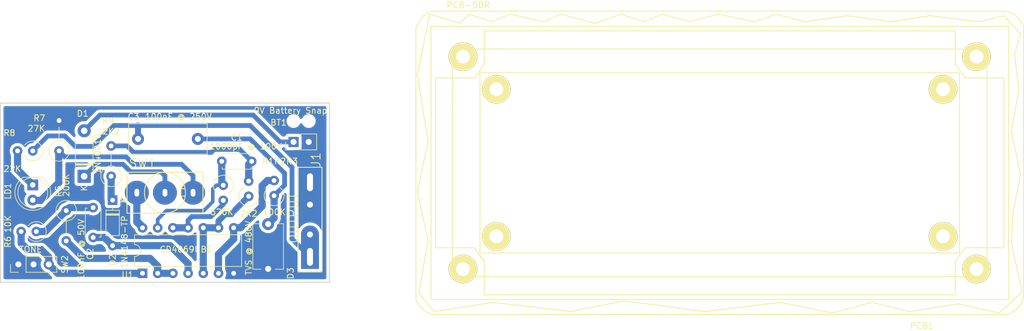
<source format=kicad_pcb>
(kicad_pcb (version 20190907) (host pcbnew "5.99.0-unknown-4178cf7~86~ubuntu18.04.1")

  (general
    (thickness 1.6)
    (drawings 6)
    (tracks 108)
    (modules 22)
    (nets 19)
  )

  (page "USLetter")
  (title_block
    (title "Toner - Reversed")
    (date "2018-02-21")
    (rev "A")
    (company "https://www.supyrow.com")
  )

  (layers
    (0 "F.Cu" signal)
    (31 "B.Cu" signal)
    (33 "F.Adhes" user)
    (35 "F.Paste" user)
    (37 "F.SilkS" user)
    (39 "F.Mask" user)
    (40 "Dwgs.User" user)
    (41 "Cmts.User" user)
    (42 "Eco1.User" user)
    (43 "Eco2.User" user)
    (44 "Edge.Cuts" user)
    (45 "Margin" user)
    (47 "F.CrtYd" user)
    (49 "F.Fab" user)
  )

  (setup
    (last_trace_width 0.25)
    (user_trace_width 0.3)
    (user_trace_width 0.6)
    (user_trace_width 0.8)
    (user_trace_width 0.9)
    (user_trace_width 1)
    (user_trace_width 1)
    (user_trace_width 1.1)
    (user_trace_width 1.2)
    (trace_clearance 0.2)
    (zone_clearance 0.508)
    (zone_45_only no)
    (trace_min 0.2)
    (via_size 0.8)
    (via_drill 0.4)
    (via_min_size 0.4)
    (via_min_drill 0.3)
    (uvia_size 0.3)
    (uvia_drill 0.1)
    (uvias_allowed no)
    (uvia_min_size 0.2)
    (uvia_min_drill 0.1)
    (max_error 0.005)
    (defaults
      (edge_clearance 0.01)
      (edge_cuts_line_width 0.15)
      (courtyard_line_width 0.05)
      (copper_line_width 0.2)
      (copper_text_dims (size 1.5 1.5) (thickness 0.3) keep_upright)
      (silk_line_width 0.15)
      (silk_text_dims (size 1 1) (thickness 0.15) keep_upright)
      (other_layers_line_width 0.1)
      (other_layers_text_dims (size 1 1) (thickness 0.15) keep_upright)
    )
    (pad_size 2 2)
    (pad_drill 0.8)
    (pad_to_mask_clearance 0.2)
    (aux_axis_origin 0 0)
    (visible_elements FFFFEF7F)
    (pcbplotparams
      (layerselection 0x010fc_ffffffff)
      (usegerberextensions false)
      (usegerberattributes false)
      (usegerberadvancedattributes false)
      (creategerberjobfile false)
      (excludeedgelayer true)
      (linewidth 0.100000)
      (plotframeref false)
      (viasonmask false)
      (mode 1)
      (useauxorigin false)
      (hpglpennumber 1)
      (hpglpenspeed 20)
      (hpglpendiameter 15.000000)
      (psnegative false)
      (psa4output false)
      (plotreference true)
      (plotvalue true)
      (plotinvisibletext false)
      (padsonsilk false)
      (subtractmaskfromsilk false)
      (outputformat 1)
      (mirror false)
      (drillshape 0)
      (scaleselection 1)
      (outputdirectory "")
    )
  )

  (net 0 "")
  (net 1 "+9V")
  (net 2 "GND")
  (net 3 "Net-(C1-Pad1)")
  (net 4 "Net-(C1-Pad2)")
  (net 5 "Net-(C2-Pad2)")
  (net 6 "Net-(C2-Pad1)")
  (net 7 "Net-(C3-Pad1)")
  (net 8 "Net-(C3-Pad2)")
  (net 9 "Net-(D1-Pad1)")
  (net 10 "Net-(D2-Pad1)")
  (net 11 "Net-(LD1-Pad1)")
  (net 12 "Net-(LD1-Pad2)")
  (net 13 "Net-(R1-Pad2)")
  (net 14 "Net-(R2-Pad1)")
  (net 15 "Net-(R5-Pad2)")
  (net 16 "Net-(R6-Pad2)")
  (net 17 "Net-(SW1-Pad1)")
  (net 18 "Net-(R3-Pad2)")

  (net_class "Default" "This is the default net class."
    (clearance 0.2)
    (trace_width 0.25)
    (via_dia 0.8)
    (via_drill 0.4)
    (uvia_dia 0.3)
    (uvia_drill 0.1)
    (add_net "+9V")
    (add_net "GND")
    (add_net "Net-(C1-Pad1)")
    (add_net "Net-(C1-Pad2)")
    (add_net "Net-(C2-Pad1)")
    (add_net "Net-(C2-Pad2)")
    (add_net "Net-(C3-Pad1)")
    (add_net "Net-(C3-Pad2)")
    (add_net "Net-(D1-Pad1)")
    (add_net "Net-(D2-Pad1)")
    (add_net "Net-(LD1-Pad1)")
    (add_net "Net-(LD1-Pad2)")
    (add_net "Net-(R1-Pad2)")
    (add_net "Net-(R2-Pad1)")
    (add_net "Net-(R3-Pad2)")
    (add_net "Net-(R5-Pad2)")
    (add_net "Net-(R6-Pad2)")
    (add_net "Net-(SW1-Pad1)")
  )

  (module "MyCustomParts:PCB-SL-30PTMBR" locked (layer "F.Cu") (tedit 55B0FECB) (tstamp 5DBF9E01)
    (at 190.25 72)
    (fp_text reference "PCB1" (at 33.782 27.305) (layer "F.SilkS")
      (effects (font (size 1 1) (thickness 0.15)))
    )
    (fp_text value "PCB-DDR" (at -42.037 -26.416) (layer "F.SilkS")
      (effects (font (size 1 1) (thickness 0.15)))
    )
    (fp_line (start -40.0812 15.0876) (end 40.0812 15.0876) (layer "F.SilkS") (width 0.15))
    (fp_line (start 40.0812 -15.0876) (end -40.0812 -15.0876) (layer "F.SilkS") (width 0.15))
    (fp_line (start 40.0812 -15.0876) (end 40.0812 15.0876) (layer "F.SilkS") (width 0.15))
    (fp_line (start -40.0812 -15.0876) (end -40.0812 15.0876) (layer "F.SilkS") (width 0.15))
    (fp_line (start -39.37 20.32) (end -39.37 22.098) (layer "F.SilkS") (width 0.15))
    (fp_line (start -39.37 22.098) (end 39.37 22.098) (layer "F.SilkS") (width 0.15))
    (fp_line (start 39.37 22.098) (end 39.37 20.066) (layer "F.SilkS") (width 0.15))
    (fp_line (start -39.37 -22.098) (end 39.37 -22.098) (layer "F.SilkS") (width 0.15))
    (fp_line (start 39.37 -22.098) (end 39.37 -20.193) (layer "F.SilkS") (width 0.15))
    (fp_line (start -39.37 -22.098) (end -39.37 -20.32) (layer "F.SilkS") (width 0.15))
    (fp_line (start 45.72 -14.224) (end 47.498 -14.224) (layer "F.SilkS") (width 0.15))
    (fp_line (start 47.498 -14.224) (end 47.498 14.224) (layer "F.SilkS") (width 0.15))
    (fp_line (start 47.498 14.224) (end 45.593 14.224) (layer "F.SilkS") (width 0.15))
    (fp_line (start -47.498 -14.224) (end -47.498 14.224) (layer "F.SilkS") (width 0.15))
    (fp_line (start -40.894 -14.224) (end -39.37 -16.51) (layer "F.SilkS") (width 0.15))
    (fp_line (start -47.498 -14.224) (end -40.894 -14.224) (layer "F.SilkS") (width 0.15))
    (fp_line (start -41.021 14.224) (end -47.498 14.224) (layer "F.SilkS") (width 0.15))
    (fp_line (start -41.021 14.224) (end -39.37 16.51) (layer "F.SilkS") (width 0.15))
    (fp_line (start 41.021 -14.224) (end 43.307 -14.224) (layer "F.SilkS") (width 0.15))
    (fp_line (start 41.021 -14.224) (end 39.37 -16.51) (layer "F.SilkS") (width 0.15))
    (fp_line (start 45.72 14.224) (end 41.021 14.224) (layer "F.SilkS") (width 0.15))
    (fp_line (start 41.021 14.224) (end 40.386 15.113) (layer "F.SilkS") (width 0.15))
    (fp_line (start 42.926 14.224) (end 43.815 14.224) (layer "F.SilkS") (width 0.15))
    (fp_line (start 42.926 -14.224) (end 45.72 -14.224) (layer "F.SilkS") (width 0.15))
    (fp_line (start 39.37 16.51) (end 39.37 20.32) (layer "F.SilkS") (width 0.15))
    (fp_line (start 40.64 14.732) (end 39.37 16.51) (layer "F.SilkS") (width 0.15))
    (fp_line (start 39.37 -16.51) (end 39.37 -20.32) (layer "F.SilkS") (width 0.15))
    (fp_line (start -39.37 -16.51) (end -39.37 -20.32) (layer "F.SilkS") (width 0.15))
    (fp_line (start -39.37 16.51) (end -39.37 20.32) (layer "F.SilkS") (width 0.15))
    (fp_line (start -40.64 14.732) (end -39.37 16.51) (layer "F.SilkS") (width 0.15))
    (fp_line (start -48.514 -24.892) (end -43.434 -23.368) (layer "F.SilkS") (width 0.15))
    (fp_line (start -43.434 -23.368) (end -41.91 -24.892) (layer "F.SilkS") (width 0.15))
    (fp_line (start -41.91 -24.892) (end -38.1 -23.622) (layer "F.SilkS") (width 0.15))
    (fp_line (start -38.1 -23.622) (end -35.052 -24.892) (layer "F.SilkS") (width 0.15))
    (fp_line (start -35.052 -24.892) (end -29.464 -23.622) (layer "F.SilkS") (width 0.15))
    (fp_line (start -29.464 -23.622) (end -26.67 -24.892) (layer "F.SilkS") (width 0.15))
    (fp_line (start -26.67 -24.892) (end -20.828 -23.368) (layer "F.SilkS") (width 0.15))
    (fp_line (start -20.828 -23.368) (end -16.51 -24.892) (layer "F.SilkS") (width 0.15))
    (fp_line (start -16.51 -24.892) (end -12.7 -23.622) (layer "F.SilkS") (width 0.15))
    (fp_line (start -12.7 -23.622) (end -9.652 -24.892) (layer "F.SilkS") (width 0.15))
    (fp_line (start -9.652 -24.892) (end -5.08 -23.622) (layer "F.SilkS") (width 0.15))
    (fp_line (start -5.08 -23.622) (end -0.254 -24.892) (layer "F.SilkS") (width 0.15))
    (fp_line (start -0.254 -24.892) (end 5.842 -23.622) (layer "F.SilkS") (width 0.15))
    (fp_line (start 5.842 -23.622) (end 9.398 -24.892) (layer "F.SilkS") (width 0.15))
    (fp_line (start 9.398 -24.892) (end 14.224 -23.622) (layer "F.SilkS") (width 0.15))
    (fp_line (start 14.224 -23.622) (end 21.336 -24.638) (layer "F.SilkS") (width 0.15))
    (fp_line (start 21.336 -24.638) (end 28.702 -23.622) (layer "F.SilkS") (width 0.15))
    (fp_line (start 28.702 -23.622) (end 35.052 -24.638) (layer "F.SilkS") (width 0.15))
    (fp_line (start 35.052 -24.638) (end 43.434 -23.622) (layer "F.SilkS") (width 0.15))
    (fp_line (start 43.434 -23.622) (end 47.498 -24.638) (layer "F.SilkS") (width 0.15))
    (fp_line (start 47.498 -24.638) (end 50.292 -21.59) (layer "F.SilkS") (width 0.15))
    (fp_line (start 50.292 -21.59) (end 49.276 -18.034) (layer "F.SilkS") (width 0.15))
    (fp_line (start 49.276 -18.034) (end 50.038 -12.446) (layer "F.SilkS") (width 0.15))
    (fp_line (start 50.038 -12.446) (end 48.768 -5.334) (layer "F.SilkS") (width 0.15))
    (fp_line (start 48.768 -5.334) (end 50.292 2.032) (layer "F.SilkS") (width 0.15))
    (fp_line (start 50.292 2.032) (end 49.022 8.382) (layer "F.SilkS") (width 0.15))
    (fp_line (start 49.022 8.382) (end 48.768 13.462) (layer "F.SilkS") (width 0.15))
    (fp_line (start 48.768 13.462) (end 50.546 21.59) (layer "F.SilkS") (width 0.15))
    (fp_line (start 50.546 21.59) (end 46.736 25.146) (layer "F.SilkS") (width 0.15))
    (fp_line (start 46.736 25.146) (end 39.878 23.622) (layer "F.SilkS") (width 0.15))
    (fp_line (start 39.878 23.622) (end 31.75 24.892) (layer "F.SilkS") (width 0.15))
    (fp_line (start 31.75 24.892) (end 25.4 23.368) (layer "F.SilkS") (width 0.15))
    (fp_line (start 25.4 23.368) (end 18.796 25.146) (layer "F.SilkS") (width 0.15))
    (fp_line (start 18.796 25.146) (end 10.16 23.368) (layer "F.SilkS") (width 0.15))
    (fp_line (start 10.16 23.368) (end -2.54 24.892) (layer "F.SilkS") (width 0.15))
    (fp_line (start -2.54 24.892) (end -16.002 23.114) (layer "F.SilkS") (width 0.15))
    (fp_line (start -16.002 23.114) (end -24.892 24.892) (layer "F.SilkS") (width 0.15))
    (fp_line (start -24.892 24.892) (end -37.846 23.368) (layer "F.SilkS") (width 0.15))
    (fp_line (start -37.846 23.368) (end -47.752 24.892) (layer "F.SilkS") (width 0.15))
    (fp_line (start -47.752 24.892) (end -50.292 21.844) (layer "F.SilkS") (width 0.15))
    (fp_line (start -50.292 21.844) (end -48.768 12.954) (layer "F.SilkS") (width 0.15))
    (fp_line (start -48.768 12.954) (end -50.546 4.826) (layer "F.SilkS") (width 0.15))
    (fp_line (start -50.546 4.826) (end -48.768 -3.556) (layer "F.SilkS") (width 0.15))
    (fp_line (start -48.768 -3.556) (end -50.546 -14.732) (layer "F.SilkS") (width 0.15))
    (fp_line (start -50.546 -14.732) (end -48.514 -24.892) (layer "F.SilkS") (width 0.15))
    (fp_line (start 3.556 -22.86) (end 48.26 -22.86) (layer "F.SilkS") (width 0.15))
    (fp_line (start 48.26 -22.86) (end 48.26 22.86) (layer "F.SilkS") (width 0.15))
    (fp_line (start 48.26 22.86) (end -48.26 22.86) (layer "F.SilkS") (width 0.15))
    (fp_line (start -48.26 22.86) (end -48.26 -22.86) (layer "F.SilkS") (width 0.15))
    (fp_line (start -48.26 -22.86) (end 4.318 -22.86) (layer "F.SilkS") (width 0.15))
    (fp_line (start -44.704 -10.16) (end -44.704 19.05) (layer "F.SilkS") (width 0.15))
    (fp_line (start -44.704 19.05) (end 44.704 19.05) (layer "F.SilkS") (width 0.15))
    (fp_line (start 44.704 19.05) (end 44.704 -19.05) (layer "F.SilkS") (width 0.15))
    (fp_line (start 44.704 -19.05) (end -38.1 -19.05) (layer "F.SilkS") (width 0.15))
    (fp_line (start -44.704 -9.906) (end -44.704 -19.05) (layer "F.SilkS") (width 0.15))
    (fp_line (start -44.704 -19.05) (end -38.354 -19.05) (layer "F.SilkS") (width 0.15))
    (fp_line (start -38.862 -19.05) (end -36.322 -19.05) (layer "F.SilkS") (width 0.15))
    (fp_line (start -48.006 -25.4) (end -33.274 -25.4) (layer "F.SilkS") (width 0.15))
    (fp_line (start -50.8 22.86) (end -50.8 -22.606) (layer "F.SilkS") (width 0.15))
    (fp_line (start -50.8 -22.606) (end -50.292 -23.622) (layer "F.SilkS") (width 0.15))
    (fp_line (start -50.292 -23.622) (end -49.53 -24.638) (layer "F.SilkS") (width 0.15))
    (fp_line (start -49.53 -24.638) (end -48.768 -25.146) (layer "F.SilkS") (width 0.15))
    (fp_line (start -48.768 -25.146) (end -48.006 -25.4) (layer "F.SilkS") (width 0.15))
    (fp_line (start -48.006 25.4) (end -48.768 25.146) (layer "F.SilkS") (width 0.15))
    (fp_line (start -48.768 25.146) (end -49.53 24.638) (layer "F.SilkS") (width 0.15))
    (fp_line (start -49.53 24.638) (end -50.292 23.876) (layer "F.SilkS") (width 0.15))
    (fp_line (start -50.292 23.876) (end -50.8 22.86) (layer "F.SilkS") (width 0.15))
    (fp_line (start 48.006 25.4) (end -48.006 25.4) (layer "F.SilkS") (width 0.15))
    (fp_line (start 50.8 -22.86) (end 50.8 22.352) (layer "F.SilkS") (width 0.15))
    (fp_line (start 50.8 22.352) (end 50.546 23.368) (layer "F.SilkS") (width 0.15))
    (fp_line (start 50.546 23.368) (end 49.784 24.384) (layer "F.SilkS") (width 0.15))
    (fp_line (start 49.784 24.384) (end 48.768 25.146) (layer "F.SilkS") (width 0.15))
    (fp_line (start 48.768 25.146) (end 48.006 25.4) (layer "F.SilkS") (width 0.15))
    (fp_line (start 49.276 -24.892) (end 47.752 -25.4) (layer "F.SilkS") (width 0.15))
    (fp_line (start 47.752 -25.4) (end 34.798 -25.4) (layer "F.SilkS") (width 0.15))
    (fp_line (start 49.276 -24.892) (end 50.038 -24.13) (layer "F.SilkS") (width 0.15))
    (fp_line (start 50.038 -24.13) (end 50.546 -23.368) (layer "F.SilkS") (width 0.15))
    (fp_line (start 50.546 -23.368) (end 50.8 -22.86) (layer "F.SilkS") (width 0.15))
    (fp_line (start 33.655 25.4) (end -33.02 25.4) (layer "F.SilkS") (width 0.15))
    (fp_line (start -34.925 -25.4) (end 34.925 -25.4) (layer "F.SilkS") (width 0.15))
    (fp_line (start 50.8 0) (end 50.8 -13.97) (layer "F.SilkS") (width 0.15))
    (fp_line (start -50.8 0) (end -50.8 -12.7) (layer "F.SilkS") (width 0.15))
    (pad "3" np_thru_hole circle (at 42.926 -17.78) (size 4.7752 4.7752) (drill 2.286) (layers *.Cu *.Mask "F.SilkS"))
    (pad "2" np_thru_hole circle (at 42.926 17.78) (size 4.7752 4.7752) (drill 2.286) (layers *.Cu *.Mask "F.SilkS"))
    (pad "1" np_thru_hole circle (at -42.926 17.78) (size 4.7752 4.7752) (drill 2.286) (layers *.Cu *.Mask "F.SilkS"))
    (pad "" np_thru_hole circle (at -42.926 -17.78) (size 4.7752 4.7752) (drill 2.286) (layers *.Cu *.Mask "F.SilkS"))
    (pad "3" np_thru_hole circle (at 37.338 -12.319) (size 4.7752 4.7752) (drill 2.286) (layers *.Cu *.Mask "F.SilkS"))
    (pad "2" np_thru_hole circle (at 37.338 12.319) (size 4.7752 4.7752) (drill 2.286) (layers *.Cu *.Mask "F.SilkS"))
    (pad "1" np_thru_hole circle (at -37.338 12.319) (size 4.7752 4.7752) (drill 2.286) (layers *.Cu *.Mask "F.SilkS"))
    (pad "" np_thru_hole circle (at -37.338 -12.319) (size 4.7752 4.7752) (drill 2.286) (layers *.Cu *.Mask "F.SilkS"))
  )

  (module "Resistor_THT:R_Axial_DIN0309_L9.0mm_D3.2mm_P2.54mm_Vertical" (layer "F.Cu") (tedit 5A961417) (tstamp 5ABE2858)
    (at 111.5 77.6 90)
    (descr "Resistor, Axial_DIN0309 series, Axial, Vertical, pin pitch=2.54mm, 0.5W = 1/2W, length*diameter=9*3.2mm^2, http://cdn-reichelt.de/documents/datenblatt/B400/1_4W%23YAG.pdf")
    (tags "Resistor Axial_DIN0309 series Axial Vertical pin pitch 2.54mm 0.5W = 1/2W length 9mm diameter 3.2mm")
    (path "/5A8F4D6A")
    (fp_text reference "R2" (at 5.85 5.25 180) (layer "F.SilkS")
      (effects (font (size 1 1) (thickness 0.15)))
    )
    (fp_text value "2K2" (at -2.9 0 180) (layer "F.SilkS")
      (effects (font (size 1 1) (thickness 0.15)))
    )
    (fp_text user "%R" (at 1.1 -1.75 90) (layer "F.Fab")
      (effects (font (size 1 1) (thickness 0.15)))
    )
    (fp_line (start 3.75 -2) (end -2 -2) (layer "F.CrtYd") (width 0.05))
    (fp_line (start 3.75 2) (end 3.75 -2) (layer "F.CrtYd") (width 0.05))
    (fp_line (start -2 2) (end 3.75 2) (layer "F.CrtYd") (width 0.05))
    (fp_line (start -2 -2) (end -2 2) (layer "F.CrtYd") (width 0.05))
    (fp_line (start 0 0) (end 2.54 0) (layer "F.Fab") (width 0.1))
    (fp_circle (center 0 0) (end 1.6 0) (layer "F.Fab") (width 0.1))
    (fp_arc (start 0 0) (end 1.453272 -0.8) (angle -295.326041) (layer "F.SilkS") (width 0.12))
    (pad "1" thru_hole circle (at 0 0 90) (size 1.6 1.6) (drill 0.8) (layers *.Cu *.Mask)
      (net 14 "Net-(R2-Pad1)"))
    (pad "2" thru_hole oval (at 2.54 0 90) (size 1.6 1.6) (drill 0.8) (layers *.Cu *.Mask)
      (net 4 "Net-(C1-Pad2)"))
    (model "${KISYS3DMOD}/Resistor_THT.3dshapes/R_Axial_DIN0309_L9.0mm_D3.2mm_P2.54mm_Vertical.wrl"
      (at (xyz 0 0 0))
      (scale (xyz 1 1 1))
      (rotate (xyz 0 0 0))
    )
  )

  (module "Resistor_THT:R_Axial_DIN0309_L9.0mm_D3.2mm_P5.08mm_Vertical" (layer "F.Cu") (tedit 5A94453F) (tstamp 5ABE26BF)
    (at 88.5 74.25 90)
    (descr "Resistor, Axial_DIN0309 series, Axial, Vertical, pin pitch=5.08mm, 0.5W = 1/2W, length*diameter=9*3.2mm^2, http://cdn-reichelt.de/documents/datenblatt/B400/1_4W%23YAG.pdf")
    (tags "Resistor Axial_DIN0309 series Axial Vertical pin pitch 5.08mm 0.5W = 1/2W length 9mm diameter 3.2mm")
    (path "/5A8F4BBE")
    (fp_text reference "R9" (at 9.25 -0.5 180) (layer "F.SilkS")
      (effects (font (size 1 1) (thickness 0.15)))
    )
    (fp_text value "2K2" (at 7.5 0 180) (layer "F.SilkS")
      (effects (font (size 1 1) (thickness 0.15)))
    )
    (fp_circle (center 0 0) (end 1.6 0) (layer "F.Fab") (width 0.1))
    (fp_circle (center 0 0) (end 1.72 0) (layer "F.SilkS") (width 0.12))
    (fp_line (start 0 0) (end 5.08 0) (layer "F.Fab") (width 0.1))
    (fp_line (start 1.72 0) (end 3.98 0) (layer "F.SilkS") (width 0.12))
    (fp_line (start -2 -2) (end -2 2) (layer "F.CrtYd") (width 0.05))
    (fp_line (start -2 2) (end 6.25 2) (layer "F.CrtYd") (width 0.05))
    (fp_line (start 6.25 2) (end 6.25 -2) (layer "F.CrtYd") (width 0.05))
    (fp_line (start 6.25 -2) (end -2 -2) (layer "F.CrtYd") (width 0.05))
    (fp_text user "%R" (at 3 0 90) (layer "F.Fab")
      (effects (font (size 1 1) (thickness 0.15)))
    )
    (pad "2" thru_hole oval (at 5.08 0 90) (size 1.6 1.6) (drill 0.8) (layers *.Cu *.Mask)
      (net 4 "Net-(C1-Pad2)"))
    (pad "1" thru_hole circle (at 0 0 90) (size 1.6 1.6) (drill 0.8) (layers *.Cu *.Mask)
      (net 10 "Net-(D2-Pad1)"))
    (model "${KISYS3DMOD}/Resistor_THT.3dshapes/R_Axial_DIN0309_L9.0mm_D3.2mm_P5.08mm_Vertical.wrl"
      (at (xyz 0 0 0))
      (scale (xyz 1 1 1))
      (rotate (xyz 0 0 0))
    )
  )

  (module "MyCustomParts:SWITCH-toggle-100SP3T1B1M2QEH" (layer "F.Cu") (tedit 5A9604C4) (tstamp 5ABE0D5A)
    (at 97.5 77)
    (path "/5A8F4021")
    (fp_text reference "SW1" (at -3.75 -4.93) (layer "F.SilkS")
      (effects (font (size 1.5 1.5) (thickness 0.15)))
    )
    (fp_text value "SPDT" (at 4 -4.75) (layer "F.Fab")
      (effects (font (size 1.5 1.5) (thickness 0.15)))
    )
    (fp_circle (center 0 0) (end 3.5 0) (layer "F.CrtYd") (width 0.05))
    (fp_line (start -6.75 3.75) (end -6.75 -3.75) (layer "F.CrtYd") (width 0.05))
    (fp_line (start 6.75 3.75) (end -6.75 3.75) (layer "F.CrtYd") (width 0.05))
    (fp_line (start 6.75 -3.75) (end 6.75 3.75) (layer "F.CrtYd") (width 0.05))
    (fp_line (start -6.75 -3.75) (end 6.75 -3.75) (layer "F.CrtYd") (width 0.05))
    (fp_line (start 2.65 0.57) (end 3.4 0.57) (layer "F.SilkS") (width 0.15))
    (fp_line (start 2.65 -0.68) (end 2.65 0.57) (layer "F.SilkS") (width 0.15))
    (fp_line (start 3.4 -0.68) (end 2.65 -0.68) (layer "F.SilkS") (width 0.15))
    (fp_circle (center 0 0) (end -3.43 -0.18) (layer "F.SilkS") (width 0.15))
    (fp_line (start -6.35 -3.43) (end -6.35 3.43) (layer "F.SilkS") (width 0.15))
    (fp_line (start 6.35 -3.43) (end 6.35 3.43) (layer "F.SilkS") (width 0.15))
    (fp_line (start 6.35 -3.43) (end -6.35 -3.43) (layer "F.SilkS") (width 0.15))
    (fp_line (start 6.35 3.43) (end -6.35 3.43) (layer "F.SilkS") (width 0.15))
    (pad "1" thru_hole circle (at -4.7 0 90) (size 4 4) (drill oval 1.3 0.8) (layers *.Mask "B.Cu")
      (net 17 "Net-(SW1-Pad1)"))
    (pad "2" thru_hole circle (at 0 0 90) (size 4 4) (drill oval 1.3 0.8) (layers *.Mask "B.Cu")
      (net 9 "Net-(D1-Pad1)"))
    (pad "3" thru_hole circle (at 4.7 0 90) (size 4 4) (drill oval 1.3 0.8) (layers *.Mask "B.Cu")
      (net 12 "Net-(LD1-Pad2)"))
  )

  (module "Connector_PinHeader_2.54mm:PinHeader_1x02_P2.54mm_Vertical" (layer "F.Cu") (tedit 5A96137D) (tstamp 5AB47632)
    (at 119 65 90)
    (descr "Through hole straight pin header, 1x02, 2.54mm pitch, single row")
    (tags "Through hole pin header THT 1x02 2.54mm single row")
    (path "/5A9622F4")
    (fp_text reference "J2" (at 0 -2.33 180) (layer "F.SilkS") hide
      (effects (font (size 1 1) (thickness 0.15)))
    )
    (fp_text value "Mounting Holes for Battery Snap" (at 0 5 90) (layer "F.Fab") hide
      (effects (font (size 1 1) (thickness 0.15)))
    )
    (fp_text user "%R" (at 2 1.27 180) (layer "F.Fab")
      (effects (font (size 1 1) (thickness 0.15)))
    )
    (pad "" np_thru_hole circle (at 0 0 90) (size 1.3 1.3) (drill 1.3) (layers *.Cu *.Mask))
    (pad "" np_thru_hole oval (at 0 2.54 90) (size 1.3 1.3) (drill 1.3) (layers *.Cu *.Mask))
  )

  (module "Capacitor_THT:C_Disc_D7.5mm_W5.0mm_P7.50mm" (layer "F.Cu") (tedit 5A944521) (tstamp 5ABE38C5)
    (at 114.75 82.25 -90)
    (descr "C, Disc series, Radial, pin pitch=7.50mm, diameter*width=7.5*5.0mm^2, Capacitor, http://www.vishay.com/docs/28535/vy2series.pdf")
    (tags "C Disc series Radial pin pitch 7.50mm  diameter 7.5mm width 5.0mm Capacitor")
    (path "/5A93BAA8")
    (fp_text reference "D3" (at 8.25 -3.75 -90) (layer "F.SilkS")
      (effects (font (size 1 1) (thickness 0.15)))
    )
    (fp_text value "TVS @ 480V" (at 4 3.25 -90) (layer "F.SilkS")
      (effects (font (size 1 1) (thickness 0.15)))
    )
    (fp_line (start 0 -2.5) (end 0 2.5) (layer "F.Fab") (width 0.1))
    (fp_line (start 0 2.5) (end 7.5 2.5) (layer "F.Fab") (width 0.1))
    (fp_line (start 7.5 2.5) (end 7.5 -2.5) (layer "F.Fab") (width 0.1))
    (fp_line (start 7.5 -2.5) (end 0 -2.5) (layer "F.Fab") (width 0.1))
    (fp_line (start -0.06 -2.56) (end 7.56 -2.56) (layer "F.SilkS") (width 0.12))
    (fp_line (start -0.06 2.56) (end 7.56 2.56) (layer "F.SilkS") (width 0.12))
    (fp_line (start -0.06 -2.56) (end -0.06 -1.195) (layer "F.SilkS") (width 0.12))
    (fp_line (start -0.06 1.195) (end -0.06 2.56) (layer "F.SilkS") (width 0.12))
    (fp_line (start 7.56 -2.56) (end 7.56 -1.195) (layer "F.SilkS") (width 0.12))
    (fp_line (start 7.56 1.195) (end 7.56 2.56) (layer "F.SilkS") (width 0.12))
    (fp_line (start -1.25 -2.85) (end -1.25 2.85) (layer "F.CrtYd") (width 0.05))
    (fp_line (start -1.25 2.85) (end 8.75 2.85) (layer "F.CrtYd") (width 0.05))
    (fp_line (start 8.75 2.85) (end 8.75 -2.85) (layer "F.CrtYd") (width 0.05))
    (fp_line (start 8.75 -2.85) (end -1.25 -2.85) (layer "F.CrtYd") (width 0.05))
    (fp_text user "%R" (at 3.75 0 -90) (layer "F.Fab")
      (effects (font (size 1 1) (thickness 0.15)))
    )
    (pad "2" thru_hole circle (at 7.5 0 270) (size 2 2) (drill 1) (layers *.Cu *.Mask)
      (net 2 "GND"))
    (pad "1" thru_hole circle (at 0 0 270) (size 2 2) (drill 1) (layers *.Cu *.Mask)
      (net 7 "Net-(C3-Pad1)"))
    (model "${KISYS3DMOD}/Capacitor_THT.3dshapes/C_Disc_D7.5mm_W5.0mm_P7.50mm.wrl"
      (at (xyz 0 0 0))
      (scale (xyz 1 1 1))
      (rotate (xyz 0 0 0))
    )
  )

  (module "Connector_PinHeader_2.54mm:PinHeader_1x02_P2.54mm_Vertical" (layer "F.Cu") (tedit 5A94450A) (tstamp 5AA63304)
    (at 119 68.5 90)
    (descr "Through hole straight pin header, 1x02, 2.54mm pitch, single row")
    (tags "Through hole pin header THT 1x02 2.54mm single row")
    (path "/5A8F4226")
    (fp_text reference "BT1" (at 3.25 -2.5 180) (layer "F.SilkS")
      (effects (font (size 1 1) (thickness 0.15)))
    )
    (fp_text value "9V Battery Snap" (at 5.25 -0.5) (layer "F.SilkS")
      (effects (font (size 1 1) (thickness 0.15)))
    )
    (fp_line (start -0.635 -1.27) (end 1.27 -1.27) (layer "F.Fab") (width 0.1))
    (fp_line (start 1.27 -1.27) (end 1.27 3.81) (layer "F.Fab") (width 0.1))
    (fp_line (start 1.27 3.81) (end -1.27 3.81) (layer "F.Fab") (width 0.1))
    (fp_line (start -1.27 3.81) (end -1.27 -0.635) (layer "F.Fab") (width 0.1))
    (fp_line (start -1.27 -0.635) (end -0.635 -1.27) (layer "F.Fab") (width 0.1))
    (fp_line (start -1.33 3.87) (end 1.33 3.87) (layer "F.SilkS") (width 0.12))
    (fp_line (start -1.33 1.27) (end -1.33 3.87) (layer "F.SilkS") (width 0.12))
    (fp_line (start 1.33 1.27) (end 1.33 3.87) (layer "F.SilkS") (width 0.12))
    (fp_line (start -1.33 1.27) (end 1.33 1.27) (layer "F.SilkS") (width 0.12))
    (fp_line (start -1.33 0) (end -1.33 -1.33) (layer "F.SilkS") (width 0.12))
    (fp_line (start -1.33 -1.33) (end 0 -1.33) (layer "F.SilkS") (width 0.12))
    (fp_line (start -1.8 -1.8) (end -1.8 4.35) (layer "F.CrtYd") (width 0.05))
    (fp_line (start -1.8 4.35) (end 1.8 4.35) (layer "F.CrtYd") (width 0.05))
    (fp_line (start 1.8 4.35) (end 1.8 -1.8) (layer "F.CrtYd") (width 0.05))
    (fp_line (start 1.8 -1.8) (end -1.8 -1.8) (layer "F.CrtYd") (width 0.05))
    (fp_text user "%R" (at 0 1.27 180) (layer "F.Fab")
      (effects (font (size 1 1) (thickness 0.15)))
    )
    (pad "2" thru_hole oval (at 0 2.54 90) (size 1.7 1.7) (drill 1) (layers *.Cu *.Mask)
      (net 2 "GND"))
    (pad "1" thru_hole rect (at 0 0 90) (size 1.7 1.7) (drill 1) (layers *.Cu *.Mask)
      (net 1 "+9V"))
    (model "${KISYS3DMOD}/Connector_PinHeader_2.54mm.3dshapes/PinHeader_1x02_P2.54mm_Vertical.wrl"
      (at (xyz 0 0 0))
      (scale (xyz 1 1 1))
      (rotate (xyz 0 0 0))
    )
  )

  (module "Diode_THT:D_DO-35_SOD27_P7.62mm_Horizontal" (layer "F.Cu") (tedit 5A94453B) (tstamp 5AA63381)
    (at 88.75 78.25 -90)
    (descr "D, DO-35_SOD27 series, Axial, Horizontal, pin pitch=7.62mm, , length*diameter=4*2mm^2, , http://www.diodes.com/_files/packages/DO-35.pdf")
    (tags "D DO-35_SOD27 series Axial Horizontal pin pitch 7.62mm  length 4mm diameter 2mm")
    (path "/5A8F4890")
    (fp_text reference "D2" (at 10 0 -90) (layer "F.SilkS")
      (effects (font (size 1 1) (thickness 0.15)))
    )
    (fp_text value "1N4148-TP" (at 7 -2 -90) (layer "F.SilkS")
      (effects (font (size 1 1) (thickness 0.15)))
    )
    (fp_line (start 1.81 -1) (end 1.81 1) (layer "F.Fab") (width 0.1))
    (fp_line (start 1.81 1) (end 5.81 1) (layer "F.Fab") (width 0.1))
    (fp_line (start 5.81 1) (end 5.81 -1) (layer "F.Fab") (width 0.1))
    (fp_line (start 5.81 -1) (end 1.81 -1) (layer "F.Fab") (width 0.1))
    (fp_line (start 0 0) (end 1.81 0) (layer "F.Fab") (width 0.1))
    (fp_line (start 7.62 0) (end 5.81 0) (layer "F.Fab") (width 0.1))
    (fp_line (start 2.41 -1) (end 2.41 1) (layer "F.Fab") (width 0.1))
    (fp_line (start 2.51 -1) (end 2.51 1) (layer "F.Fab") (width 0.1))
    (fp_line (start 2.31 -1) (end 2.31 1) (layer "F.Fab") (width 0.1))
    (fp_line (start 1.69 -1.12) (end 1.69 1.12) (layer "F.SilkS") (width 0.12))
    (fp_line (start 1.69 1.12) (end 5.93 1.12) (layer "F.SilkS") (width 0.12))
    (fp_line (start 5.93 1.12) (end 5.93 -1.12) (layer "F.SilkS") (width 0.12))
    (fp_line (start 5.93 -1.12) (end 1.69 -1.12) (layer "F.SilkS") (width 0.12))
    (fp_line (start 1.04 0) (end 1.69 0) (layer "F.SilkS") (width 0.12))
    (fp_line (start 6.58 0) (end 5.93 0) (layer "F.SilkS") (width 0.12))
    (fp_line (start 2.41 -1.12) (end 2.41 1.12) (layer "F.SilkS") (width 0.12))
    (fp_line (start 2.53 -1.12) (end 2.53 1.12) (layer "F.SilkS") (width 0.12))
    (fp_line (start 2.29 -1.12) (end 2.29 1.12) (layer "F.SilkS") (width 0.12))
    (fp_line (start -1.05 -1.4) (end -1.05 1.4) (layer "F.CrtYd") (width 0.05))
    (fp_line (start -1.05 1.4) (end 8.7 1.4) (layer "F.CrtYd") (width 0.05))
    (fp_line (start 8.7 1.4) (end 8.7 -1.4) (layer "F.CrtYd") (width 0.05))
    (fp_line (start 8.7 -1.4) (end -1.05 -1.4) (layer "F.CrtYd") (width 0.05))
    (fp_text user "%R" (at 4 0 -90) (layer "F.Fab")
      (effects (font (size 0.8 0.8) (thickness 0.12)))
    )
    (fp_text user "K" (at 0 -1.8 -90) (layer "F.Fab")
      (effects (font (size 1 1) (thickness 0.15)))
    )
    (fp_text user "K" (at 0 -1.8 -90) (layer "F.SilkS")
      (effects (font (size 1 1) (thickness 0.15)))
    )
    (pad "2" thru_hole oval (at 7.62 0 270) (size 1.6 1.6) (drill 0.8) (layers *.Cu *.Mask)
      (net 5 "Net-(C2-Pad2)"))
    (pad "1" thru_hole rect (at 0 0 270) (size 1.6 1.6) (drill 0.8) (layers *.Cu *.Mask)
      (net 10 "Net-(D2-Pad1)"))
    (model "${KISYS3DMOD}/Diode_THT.3dshapes/D_DO-35_SOD27_P7.62mm_Horizontal.wrl"
      (at (xyz 0 0 0))
      (scale (xyz 1 1 1))
      (rotate (xyz 0 0 0))
    )
  )

  (module "Resistor_THT:R_Axial_DIN0309_L9.0mm_D3.2mm_P5.08mm_Vertical" (layer "F.Cu") (tedit 5A94454E) (tstamp 5AA633E2)
    (at 81 80 -90)
    (descr "Resistor, Axial_DIN0309 series, Axial, Vertical, pin pitch=5.08mm, 0.5W = 1/2W, length*diameter=9*3.2mm^2, http://cdn-reichelt.de/documents/datenblatt/B400/1_4W%23YAG.pdf")
    (tags "Resistor Axial_DIN0309 series Axial Vertical pin pitch 5.08mm 0.5W = 1/2W length 9mm diameter 3.2mm")
    (path "/5A8F4E60")
    (fp_text reference "R5" (at -3.25 1.25 -90) (layer "F.SilkS")
      (effects (font (size 1 1) (thickness 0.15)))
    )
    (fp_text value "200K" (at -4.25 0 -90) (layer "F.SilkS")
      (effects (font (size 1 1) (thickness 0.15)))
    )
    (fp_circle (center 0 0) (end 1.6 0) (layer "F.Fab") (width 0.1))
    (fp_circle (center 0 0) (end 1.72 0) (layer "F.SilkS") (width 0.12))
    (fp_line (start 0 0) (end 5.08 0) (layer "F.Fab") (width 0.1))
    (fp_line (start 1.72 0) (end 3.98 0) (layer "F.SilkS") (width 0.12))
    (fp_line (start -2 -2) (end -2 2) (layer "F.CrtYd") (width 0.05))
    (fp_line (start -2 2) (end 6.25 2) (layer "F.CrtYd") (width 0.05))
    (fp_line (start 6.25 2) (end 6.25 -2) (layer "F.CrtYd") (width 0.05))
    (fp_line (start 6.25 -2) (end -2 -2) (layer "F.CrtYd") (width 0.05))
    (fp_text user "%R" (at 2.75 0.75 -90) (layer "F.Fab")
      (effects (font (size 1 1) (thickness 0.15)))
    )
    (pad "2" thru_hole oval (at 5.08 0 270) (size 1.6 1.6) (drill 0.8) (layers *.Cu *.Mask)
      (net 15 "Net-(R5-Pad2)"))
    (pad "1" thru_hole circle (at 0 0 270) (size 1.6 1.6) (drill 0.8) (layers *.Cu *.Mask)
      (net 6 "Net-(C2-Pad1)"))
    (model "${KISYS3DMOD}/Resistor_THT.3dshapes/R_Axial_DIN0309_L9.0mm_D3.2mm_P5.08mm_Vertical.wrl"
      (at (xyz 0 0 0))
      (scale (xyz 1 1 1))
      (rotate (xyz 0 0 0))
    )
  )

  (module "Resistor_THT:R_Axial_DIN0309_L9.0mm_D3.2mm_P2.54mm_Vertical" (layer "F.Cu") (tedit 5A94455E) (tstamp 5AA633F0)
    (at 76 83.5 180)
    (descr "Resistor, Axial_DIN0309 series, Axial, Vertical, pin pitch=2.54mm, 0.5W = 1/2W, length*diameter=9*3.2mm^2, http://cdn-reichelt.de/documents/datenblatt/B400/1_4W%23YAG.pdf")
    (tags "Resistor Axial_DIN0309 series Axial Vertical pin pitch 2.54mm 0.5W = 1/2W length 9mm diameter 3.2mm")
    (path "/5A8F4E0B")
    (fp_text reference "R6" (at 4.75 -1.75 270) (layer "F.SilkS")
      (effects (font (size 1 1) (thickness 0.15)))
    )
    (fp_text value "10K" (at 4.75 1.25 270) (layer "F.SilkS")
      (effects (font (size 1 1) (thickness 0.15)))
    )
    (fp_arc (start 0 0) (end 1.453272 -0.8) (angle -295.326041) (layer "F.SilkS") (width 0.12))
    (fp_circle (center 0 0) (end 1.6 0) (layer "F.Fab") (width 0.1))
    (fp_line (start 0 0) (end 2.54 0) (layer "F.Fab") (width 0.1))
    (fp_line (start -2 -2) (end -2 2) (layer "F.CrtYd") (width 0.05))
    (fp_line (start -2 2) (end 3.75 2) (layer "F.CrtYd") (width 0.05))
    (fp_line (start 3.75 2) (end 3.75 -2) (layer "F.CrtYd") (width 0.05))
    (fp_line (start 3.75 -2) (end -2 -2) (layer "F.CrtYd") (width 0.05))
    (fp_text user "%R" (at 1.5 -1.25 180) (layer "F.Fab")
      (effects (font (size 1 1) (thickness 0.15)))
    )
    (pad "2" thru_hole oval (at 2.54 0 180) (size 1.6 1.6) (drill 0.8) (layers *.Cu *.Mask)
      (net 16 "Net-(R6-Pad2)"))
    (pad "1" thru_hole circle (at 0 0 180) (size 1.6 1.6) (drill 0.8) (layers *.Cu *.Mask)
      (net 6 "Net-(C2-Pad1)"))
    (model "${KISYS3DMOD}/Resistor_THT.3dshapes/R_Axial_DIN0309_L9.0mm_D3.2mm_P2.54mm_Vertical.wrl"
      (at (xyz 0 0 0))
      (scale (xyz 1 1 1))
      (rotate (xyz 0 0 0))
    )
  )

  (module "Resistor_THT:R_Axial_DIN0309_L9.0mm_D3.2mm_P2.54mm_Vertical" (layer "F.Cu") (tedit 5A944567) (tstamp 5ABE264D)
    (at 75.4 70 180)
    (descr "Resistor, Axial_DIN0309 series, Axial, Vertical, pin pitch=2.54mm, 0.5W = 1/2W, length*diameter=9*3.2mm^2, http://cdn-reichelt.de/documents/datenblatt/B400/1_4W%23YAG.pdf")
    (tags "Resistor Axial_DIN0309 series Axial Vertical pin pitch 2.54mm 0.5W = 1/2W length 9mm diameter 3.2mm")
    (path "/5A8F4AD5")
    (fp_text reference "R8" (at 3.9 3) (layer "F.SilkS")
      (effects (font (size 1 1) (thickness 0.15)))
    )
    (fp_text value "22K" (at 3.4 -3) (layer "F.SilkS")
      (effects (font (size 1 1) (thickness 0.15)))
    )
    (fp_arc (start 0 0) (end 1.453272 -0.8) (angle -295.326041) (layer "F.SilkS") (width 0.12))
    (fp_circle (center 0 0) (end 1.6 0) (layer "F.Fab") (width 0.1))
    (fp_line (start 0 0) (end 2.54 0) (layer "F.Fab") (width 0.1))
    (fp_line (start -2 -2) (end -2 2) (layer "F.CrtYd") (width 0.05))
    (fp_line (start -2 2) (end 3.75 2) (layer "F.CrtYd") (width 0.05))
    (fp_line (start 3.75 2) (end 3.75 -2) (layer "F.CrtYd") (width 0.05))
    (fp_line (start 3.75 -2) (end -2 -2) (layer "F.CrtYd") (width 0.05))
    (fp_text user "%R" (at 1.4 0 180) (layer "F.Fab")
      (effects (font (size 1 1) (thickness 0.15)))
    )
    (pad "2" thru_hole oval (at 2.54 0 180) (size 1.6 1.6) (drill 0.8) (layers *.Cu *.Mask)
      (net 11 "Net-(LD1-Pad1)"))
    (pad "1" thru_hole circle (at 0 0 180) (size 1.6 1.6) (drill 0.8) (layers *.Cu *.Mask)
      (net 8 "Net-(C3-Pad2)"))
    (model "${KISYS3DMOD}/Resistor_THT.3dshapes/R_Axial_DIN0309_L9.0mm_D3.2mm_P2.54mm_Vertical.wrl"
      (at (xyz 0 0 0))
      (scale (xyz 1 1 1))
      (rotate (xyz 0 0 0))
    )
  )

  (module "Connector_PinHeader_2.54mm:PinHeader_1x03_P2.54mm_Vertical" (layer "F.Cu") (tedit 5A944553) (tstamp 5A96277C)
    (at 73 89 90)
    (descr "Through hole straight pin header, 1x03, 2.54mm pitch, single row")
    (tags "Through hole pin header THT 1x03 2.54mm single row")
    (path "/5A8F468E")
    (fp_text reference "SW2" (at 0 7.75 270) (layer "F.SilkS")
      (effects (font (size 1 1) (thickness 0.15)))
    )
    (fp_text value "TONE" (at 2.5 2.04 180) (layer "F.SilkS")
      (effects (font (size 1 1) (thickness 0.15)))
    )
    (fp_line (start -0.635 -1.27) (end 1.27 -1.27) (layer "F.Fab") (width 0.1))
    (fp_line (start 1.27 -1.27) (end 1.27 6.35) (layer "F.Fab") (width 0.1))
    (fp_line (start 1.27 6.35) (end -1.27 6.35) (layer "F.Fab") (width 0.1))
    (fp_line (start -1.27 6.35) (end -1.27 -0.635) (layer "F.Fab") (width 0.1))
    (fp_line (start -1.27 -0.635) (end -0.635 -1.27) (layer "F.Fab") (width 0.1))
    (fp_line (start -1.33 6.41) (end 1.33 6.41) (layer "F.SilkS") (width 0.12))
    (fp_line (start -1.33 1.27) (end -1.33 6.41) (layer "F.SilkS") (width 0.12))
    (fp_line (start 1.33 1.27) (end 1.33 6.41) (layer "F.SilkS") (width 0.12))
    (fp_line (start -1.33 1.27) (end 1.33 1.27) (layer "F.SilkS") (width 0.12))
    (fp_line (start -1.33 0) (end -1.33 -1.33) (layer "F.SilkS") (width 0.12))
    (fp_line (start -1.33 -1.33) (end 0 -1.33) (layer "F.SilkS") (width 0.12))
    (fp_line (start -1.8 -1.8) (end -1.8 6.85) (layer "F.CrtYd") (width 0.05))
    (fp_line (start -1.8 6.85) (end 1.8 6.85) (layer "F.CrtYd") (width 0.05))
    (fp_line (start 1.8 6.85) (end 1.8 -1.8) (layer "F.CrtYd") (width 0.05))
    (fp_line (start 1.8 -1.8) (end -1.8 -1.8) (layer "F.CrtYd") (width 0.05))
    (fp_text user "%R" (at -2.25 2.25 180) (layer "F.Fab")
      (effects (font (size 1 1) (thickness 0.15)))
    )
    (pad "3" thru_hole oval (at 0 5.08 90) (size 1.7 1.7) (drill 1) (layers *.Cu *.Mask)
      (net 16 "Net-(R6-Pad2)"))
    (pad "2" thru_hole oval (at 0 2.54 90) (size 1.7 1.7) (drill 1) (layers *.Cu *.Mask)
      (net 2 "GND"))
    (pad "1" thru_hole rect (at 0 0 90) (size 1.7 1.7) (drill 1) (layers *.Cu *.Mask)
      (net 2 "GND"))
    (model "${KISYS3DMOD}/Connector_PinHeader_2.54mm.3dshapes/PinHeader_1x03_P2.54mm_Vertical.wrl"
      (at (xyz 0 0 0))
      (scale (xyz 1 1 1))
      (rotate (xyz 0 0 0))
    )
  )

  (module "Package_DIP:DIP-14_W7.62mm" (layer "F.Cu") (tedit 5A944535) (tstamp 5AB12EAF)
    (at 93.75 90.5 90)
    (descr "14-lead though-hole mounted DIP package, row spacing 7.62 mm (300 mils)")
    (tags "THT DIP DIL PDIP 2.54mm 7.62mm 300mil")
    (path "/5A8F7B6E")
    (fp_text reference "U1" (at -0.25 -2.5 180) (layer "F.SilkS")
      (effects (font (size 1 1) (thickness 0.15)))
    )
    (fp_text value "CD4069UBE" (at 4 7.25 180) (layer "F.SilkS")
      (effects (font (size 1 1) (thickness 0.15)))
    )
    (fp_arc (start 3.81 -1.33) (end 2.81 -1.33) (angle -180) (layer "F.SilkS") (width 0.12))
    (fp_line (start 1.635 -1.27) (end 6.985 -1.27) (layer "F.Fab") (width 0.1))
    (fp_line (start 6.985 -1.27) (end 6.985 16.51) (layer "F.Fab") (width 0.1))
    (fp_line (start 6.985 16.51) (end 0.635 16.51) (layer "F.Fab") (width 0.1))
    (fp_line (start 0.635 16.51) (end 0.635 -0.27) (layer "F.Fab") (width 0.1))
    (fp_line (start 0.635 -0.27) (end 1.635 -1.27) (layer "F.Fab") (width 0.1))
    (fp_line (start 2.81 -1.33) (end 1.16 -1.33) (layer "F.SilkS") (width 0.12))
    (fp_line (start 1.16 -1.33) (end 1.16 16.57) (layer "F.SilkS") (width 0.12))
    (fp_line (start 1.16 16.57) (end 6.46 16.57) (layer "F.SilkS") (width 0.12))
    (fp_line (start 6.46 16.57) (end 6.46 -1.33) (layer "F.SilkS") (width 0.12))
    (fp_line (start 6.46 -1.33) (end 4.81 -1.33) (layer "F.SilkS") (width 0.12))
    (fp_line (start -1.1 -1.55) (end -1.1 16.8) (layer "F.CrtYd") (width 0.05))
    (fp_line (start -1.1 16.8) (end 8.7 16.8) (layer "F.CrtYd") (width 0.05))
    (fp_line (start 8.7 16.8) (end 8.7 -1.55) (layer "F.CrtYd") (width 0.05))
    (fp_line (start 8.7 -1.55) (end -1.1 -1.55) (layer "F.CrtYd") (width 0.05))
    (fp_text user "%R" (at 2.5 7.62 180) (layer "F.Fab")
      (effects (font (size 1 1) (thickness 0.15)))
    )
    (pad "14" thru_hole oval (at 7.62 0 90) (size 1.6 1.6) (drill 0.8) (layers *.Cu *.Mask)
      (net 17 "Net-(SW1-Pad1)"))
    (pad "7" thru_hole oval (at 0 15.24 90) (size 1.6 1.6) (drill 0.8) (layers *.Cu *.Mask)
      (net 2 "GND"))
    (pad "13" thru_hole oval (at 7.62 2.54 90) (size 1.6 1.6) (drill 0.8) (layers *.Cu *.Mask)
      (net 3 "Net-(C1-Pad1)"))
    (pad "6" thru_hole oval (at 0 12.7 90) (size 1.6 1.6) (drill 0.8) (layers *.Cu *.Mask)
      (net 18 "Net-(R3-Pad2)"))
    (pad "12" thru_hole oval (at 7.62 5.08 90) (size 1.6 1.6) (drill 0.8) (layers *.Cu *.Mask)
      (net 13 "Net-(R1-Pad2)"))
    (pad "5" thru_hole oval (at 0 10.16 90) (size 1.6 1.6) (drill 0.8) (layers *.Cu *.Mask)
      (net 14 "Net-(R2-Pad1)"))
    (pad "11" thru_hole oval (at 7.62 7.62 90) (size 1.6 1.6) (drill 0.8) (layers *.Cu *.Mask)
      (net 13 "Net-(R1-Pad2)"))
    (pad "4" thru_hole oval (at 0 7.62 90) (size 1.6 1.6) (drill 0.8) (layers *.Cu *.Mask)
      (net 5 "Net-(C2-Pad2)"))
    (pad "10" thru_hole oval (at 7.62 10.16 90) (size 1.6 1.6) (drill 0.8) (layers *.Cu *.Mask)
      (net 14 "Net-(R2-Pad1)"))
    (pad "3" thru_hole oval (at 0 5.08 90) (size 1.6 1.6) (drill 0.8) (layers *.Cu *.Mask)
      (net 15 "Net-(R5-Pad2)"))
    (pad "9" thru_hole oval (at 7.62 12.7 90) (size 1.6 1.6) (drill 0.8) (layers *.Cu *.Mask)
      (net 14 "Net-(R2-Pad1)"))
    (pad "2" thru_hole oval (at 0 2.54 90) (size 1.6 1.6) (drill 0.8) (layers *.Cu *.Mask)
      (net 15 "Net-(R5-Pad2)"))
    (pad "8" thru_hole oval (at 7.62 15.24 90) (size 1.6 1.6) (drill 0.8) (layers *.Cu *.Mask)
      (net 18 "Net-(R3-Pad2)"))
    (pad "1" thru_hole rect (at 0 0 90) (size 1.6 1.6) (drill 0.8) (layers *.Cu *.Mask)
      (net 16 "Net-(R6-Pad2)"))
    (model "${KISYS3DMOD}/Package_DIP.3dshapes/DIP-14_W7.62mm.wrl"
      (at (xyz 0 0 0))
      (scale (xyz 1 1 1))
      (rotate (xyz 0 0 0))
    )
  )

  (module "Capacitor_THT:C_Disc_D4.7mm_W2.5mm_P5.00mm" (layer "F.Cu") (tedit 5A944510) (tstamp 5ABE27A3)
    (at 107 71.75)
    (descr "C, Disc series, Radial, pin pitch=5.00mm, diameter*width=4.7*2.5mm^2, Capacitor, http://www.vishay.com/docs/45233/krseries.pdf")
    (tags "C Disc series Radial pin pitch 5.00mm  diameter 4.7mm width 2.5mm Capacitor")
    (path "/5A8F4F3A")
    (fp_text reference "C1" (at 2.5 -4) (layer "F.SilkS")
      (effects (font (size 1 1) (thickness 0.15)))
    )
    (fp_text value "1000pF @ 100V" (at 4 -2.5) (layer "F.SilkS")
      (effects (font (size 1 1) (thickness 0.15)))
    )
    (fp_line (start 0.15 -1.25) (end 0.15 1.25) (layer "F.Fab") (width 0.1))
    (fp_line (start 0.15 1.25) (end 4.85 1.25) (layer "F.Fab") (width 0.1))
    (fp_line (start 4.85 1.25) (end 4.85 -1.25) (layer "F.Fab") (width 0.1))
    (fp_line (start 4.85 -1.25) (end 0.15 -1.25) (layer "F.Fab") (width 0.1))
    (fp_line (start 0.09 -1.31) (end 4.91 -1.31) (layer "F.SilkS") (width 0.12))
    (fp_line (start 0.09 1.31) (end 4.91 1.31) (layer "F.SilkS") (width 0.12))
    (fp_line (start 0.09 -1.31) (end 0.09 -0.996) (layer "F.SilkS") (width 0.12))
    (fp_line (start 0.09 0.996) (end 0.09 1.31) (layer "F.SilkS") (width 0.12))
    (fp_line (start 4.91 -1.31) (end 4.91 -0.996) (layer "F.SilkS") (width 0.12))
    (fp_line (start 4.91 0.996) (end 4.91 1.31) (layer "F.SilkS") (width 0.12))
    (fp_line (start -1.05 -1.6) (end -1.05 1.6) (layer "F.CrtYd") (width 0.05))
    (fp_line (start -1.05 1.6) (end 6.05 1.6) (layer "F.CrtYd") (width 0.05))
    (fp_line (start 6.05 1.6) (end 6.05 -1.6) (layer "F.CrtYd") (width 0.05))
    (fp_line (start 6.05 -1.6) (end -1.05 -1.6) (layer "F.CrtYd") (width 0.05))
    (fp_text user "%R" (at 2.5 0) (layer "F.Fab")
      (effects (font (size 1 1) (thickness 0.15)))
    )
    (pad "2" thru_hole circle (at 5 0) (size 1.6 1.6) (drill 0.8) (layers *.Cu *.Mask)
      (net 4 "Net-(C1-Pad2)"))
    (pad "1" thru_hole circle (at 0 0) (size 1.6 1.6) (drill 0.8) (layers *.Cu *.Mask)
      (net 3 "Net-(C1-Pad1)"))
    (model "${KISYS3DMOD}/Capacitor_THT.3dshapes/C_Disc_D4.7mm_W2.5mm_P5.00mm.wrl"
      (at (xyz 0 0 0))
      (scale (xyz 1 1 1))
      (rotate (xyz 0 0 0))
    )
  )

  (module "Capacitor_THT:C_Disc_D4.7mm_W2.5mm_P5.00mm" (layer "F.Cu") (tedit 5A944549) (tstamp 5A981CEB)
    (at 85.5 79.5 -90)
    (descr "C, Disc series, Radial, pin pitch=5.00mm, diameter*width=4.7*2.5mm^2, Capacitor, http://www.vishay.com/docs/45233/krseries.pdf")
    (tags "C Disc series Radial pin pitch 5.00mm  diameter 4.7mm width 2.5mm Capacitor")
    (path "/5A8F4FBE")
    (fp_text reference "C2" (at 7.75 0.5 90) (layer "F.SilkS")
      (effects (font (size 1 1) (thickness 0.15)))
    )
    (fp_text value "100nF @ 50V" (at 7 2 -90) (layer "F.SilkS")
      (effects (font (size 1 1) (thickness 0.15)))
    )
    (fp_line (start 0.15 -1.25) (end 0.15 1.25) (layer "F.Fab") (width 0.1))
    (fp_line (start 0.15 1.25) (end 4.85 1.25) (layer "F.Fab") (width 0.1))
    (fp_line (start 4.85 1.25) (end 4.85 -1.25) (layer "F.Fab") (width 0.1))
    (fp_line (start 4.85 -1.25) (end 0.15 -1.25) (layer "F.Fab") (width 0.1))
    (fp_line (start 0.09 -1.31) (end 4.91 -1.31) (layer "F.SilkS") (width 0.12))
    (fp_line (start 0.09 1.31) (end 4.91 1.31) (layer "F.SilkS") (width 0.12))
    (fp_line (start 0.09 -1.31) (end 0.09 -0.996) (layer "F.SilkS") (width 0.12))
    (fp_line (start 0.09 0.996) (end 0.09 1.31) (layer "F.SilkS") (width 0.12))
    (fp_line (start 4.91 -1.31) (end 4.91 -0.996) (layer "F.SilkS") (width 0.12))
    (fp_line (start 4.91 0.996) (end 4.91 1.31) (layer "F.SilkS") (width 0.12))
    (fp_line (start -1.05 -1.6) (end -1.05 1.6) (layer "F.CrtYd") (width 0.05))
    (fp_line (start -1.05 1.6) (end 6.05 1.6) (layer "F.CrtYd") (width 0.05))
    (fp_line (start 6.05 1.6) (end 6.05 -1.6) (layer "F.CrtYd") (width 0.05))
    (fp_line (start 6.05 -1.6) (end -1.05 -1.6) (layer "F.CrtYd") (width 0.05))
    (fp_text user "%R" (at 2.25 0 -90) (layer "F.Fab")
      (effects (font (size 1 1) (thickness 0.15)))
    )
    (pad "2" thru_hole circle (at 5 0 270) (size 1.6 1.6) (drill 0.8) (layers *.Cu *.Mask)
      (net 5 "Net-(C2-Pad2)"))
    (pad "1" thru_hole circle (at 0 0 270) (size 1.6 1.6) (drill 0.8) (layers *.Cu *.Mask)
      (net 6 "Net-(C2-Pad1)"))
    (model "${KISYS3DMOD}/Capacitor_THT.3dshapes/C_Disc_D4.7mm_W2.5mm_P5.00mm.wrl"
      (at (xyz 0 0 0))
      (scale (xyz 1 1 1))
      (rotate (xyz 0 0 0))
    )
  )

  (module "Capacitor_THT:C_Rect_L13.0mm_W5.0mm_P10.00mm_FKS3_FKP3_MKS4" (layer "F.Cu") (tedit 5A944501) (tstamp 5A981CFF)
    (at 103 68 180)
    (descr "C, Rect series, Radial, pin pitch=10.00mm, length*width=13*5mm^2, Capacitor, http://www.wima.com/EN/WIMA_FKS_3.pdf, http://www.wima.com/EN/WIMA_MKS_4.pdf")
    (tags "C Rect series Radial pin pitch 10.00mm  length 13mm width 5mm Capacitor")
    (path "/5A8F4F74")
    (fp_text reference "C3" (at 10.75 3.75 180) (layer "F.SilkS")
      (effects (font (size 1 1) (thickness 0.15)))
    )
    (fp_text value "100nF @ 250V" (at 3.25 3.75 180) (layer "F.SilkS")
      (effects (font (size 1 1) (thickness 0.15)))
    )
    (fp_line (start -1.5 -2.5) (end -1.5 2.5) (layer "F.Fab") (width 0.1))
    (fp_line (start -1.5 2.5) (end 11.5 2.5) (layer "F.Fab") (width 0.1))
    (fp_line (start 11.5 2.5) (end 11.5 -2.5) (layer "F.Fab") (width 0.1))
    (fp_line (start 11.5 -2.5) (end -1.5 -2.5) (layer "F.Fab") (width 0.1))
    (fp_line (start -1.56 -2.56) (end 11.56 -2.56) (layer "F.SilkS") (width 0.12))
    (fp_line (start -1.56 2.56) (end 11.56 2.56) (layer "F.SilkS") (width 0.12))
    (fp_line (start -1.56 -2.56) (end -1.56 2.56) (layer "F.SilkS") (width 0.12))
    (fp_line (start 11.56 -2.56) (end 11.56 2.56) (layer "F.SilkS") (width 0.12))
    (fp_line (start -1.85 -2.85) (end -1.85 2.85) (layer "F.CrtYd") (width 0.05))
    (fp_line (start -1.85 2.85) (end 11.85 2.85) (layer "F.CrtYd") (width 0.05))
    (fp_line (start 11.85 2.85) (end 11.85 -2.85) (layer "F.CrtYd") (width 0.05))
    (fp_line (start 11.85 -2.85) (end -1.85 -2.85) (layer "F.CrtYd") (width 0.05))
    (fp_text user "%R" (at 5 0 180) (layer "F.Fab")
      (effects (font (size 1 1) (thickness 0.15)))
    )
    (pad "2" thru_hole circle (at 10 0 180) (size 2 2) (drill 1) (layers *.Cu *.Mask)
      (net 8 "Net-(C3-Pad2)"))
    (pad "1" thru_hole circle (at 0 0 180) (size 2 2) (drill 1) (layers *.Cu *.Mask)
      (net 7 "Net-(C3-Pad1)"))
    (model "${KISYS3DMOD}/Capacitor_THT.3dshapes/C_Rect_L13.0mm_W5.0mm_P10.00mm_FKS3_FKP3_MKS4.wrl"
      (at (xyz 0 0 0))
      (scale (xyz 1 1 1))
      (rotate (xyz 0 0 0))
    )
  )

  (module "MyCustomParts:Connector-blade" (layer "F.Cu") (tedit 5A961435) (tstamp 5ABE1AF2)
    (at 121.75 81.5)
    (path "/5A8F4785")
    (fp_text reference "J1" (at 1 -10 90) (layer "F.SilkS")
      (effects (font (size 1.5 1.5) (thickness 0.15)))
    )
    (fp_text value "OUTPUT" (at -2.75 -0.25 90) (layer "F.SilkS")
      (effects (font (size 1.5 1.5) (thickness 0.15)))
    )
    (fp_line (start -2 8.75) (end -2 -8.75) (layer "F.SilkS") (width 0.15))
    (fp_line (start 2 8.75) (end -2 8.75) (layer "F.SilkS") (width 0.15))
    (fp_line (start 2 -8.75) (end 2 8.75) (layer "F.SilkS") (width 0.15))
    (fp_line (start -2 -8.75) (end 2 -8.75) (layer "F.SilkS") (width 0.15))
    (fp_line (start -2 -8.75) (end -2 8.75) (layer "F.Fab") (width 0.05))
    (fp_line (start 2 -8.75) (end -2 -8.75) (layer "F.Fab") (width 0.05))
    (fp_line (start 2 8.75) (end 2 -8.75) (layer "F.Fab") (width 0.05))
    (fp_line (start -2 8.75) (end 2 8.75) (layer "F.Fab") (width 0.05))
    (fp_line (start -1.75 8.5) (end -1.75 -8.5) (layer "F.CrtYd") (width 0.05))
    (fp_line (start 1.75 8.5) (end -1.75 8.5) (layer "F.CrtYd") (width 0.05))
    (fp_line (start 1.75 -8.5) (end 1.75 8.5) (layer "F.CrtYd") (width 0.05))
    (fp_line (start -1.75 -8.5) (end 1.75 -8.5) (layer "F.CrtYd") (width 0.05))
    (pad "1" thru_hole rect (at 0 6.25) (size 3 6) (drill oval 1 3 (offset 0 -1)) (layers *.Mask "B.Cu")
      (net 8 "Net-(C3-Pad2)"))
    (pad "1" thru_hole circle (at 0 2.5 180) (size 3 3) (drill 1) (layers *.Mask "B.Cu")
      (net 8 "Net-(C3-Pad2)"))
    (pad "2" thru_hole circle (at 0 -2.5) (size 3 3) (drill 1) (layers *.Mask "B.Cu")
      (net 2 "GND"))
    (pad "2" thru_hole rect (at 0 -6.25 180) (size 3 6) (drill oval 1 3 (offset 0 -1)) (layers *.Mask "B.Cu")
      (net 2 "GND"))
  )

  (module "Diode_THT:D_DO-41_SOD81_P7.62mm_Horizontal" (layer "F.Cu") (tedit 5A9612EB) (tstamp 5ABE283C)
    (at 84 74.25 90)
    (descr "D, DO-41_SOD81 series, Axial, Horizontal, pin pitch=7.62mm, , length*diameter=5.2*2.7mm^2, , http://www.diodes.com/_files/packages/DO-41%20(Plastic).pdf")
    (tags "D DO-41_SOD81 series Axial Horizontal pin pitch 7.62mm  length 5.2mm diameter 2.7mm")
    (path "/5A8F493D")
    (fp_text reference "D1" (at 10.5 -0.25 180) (layer "F.SilkS")
      (effects (font (size 1 1) (thickness 0.15)))
    )
    (fp_text value "1N4001G" (at 3.81 2.25 90) (layer "F.SilkS")
      (effects (font (size 1 1) (thickness 0.15)))
    )
    (fp_text user "K" (at -2 0 90) (layer "F.SilkS")
      (effects (font (size 1 1) (thickness 0.15)))
    )
    (fp_text user "K" (at -2 0 90) (layer "F.Fab")
      (effects (font (size 1 1) (thickness 0.15)))
    )
    (fp_text user "%R" (at 4.174999 -0.4275 90) (layer "F.Fab")
      (effects (font (size 1 1) (thickness 0.15)))
    )
    (fp_line (start 9 -1.75) (end -1.35 -1.75) (layer "F.CrtYd") (width 0.05))
    (fp_line (start 9 1.75) (end 9 -1.75) (layer "F.CrtYd") (width 0.05))
    (fp_line (start -1.35 1.75) (end 9 1.75) (layer "F.CrtYd") (width 0.05))
    (fp_line (start -1.35 -1.75) (end -1.35 1.75) (layer "F.CrtYd") (width 0.05))
    (fp_line (start 1.87 -1.47) (end 1.87 1.47) (layer "F.SilkS") (width 0.12))
    (fp_line (start 2.11 -1.47) (end 2.11 1.47) (layer "F.SilkS") (width 0.12))
    (fp_line (start 1.99 -1.47) (end 1.99 1.47) (layer "F.SilkS") (width 0.12))
    (fp_line (start 6.53 1.47) (end 6.53 1.34) (layer "F.SilkS") (width 0.12))
    (fp_line (start 1.09 1.47) (end 6.53 1.47) (layer "F.SilkS") (width 0.12))
    (fp_line (start 1.09 1.34) (end 1.09 1.47) (layer "F.SilkS") (width 0.12))
    (fp_line (start 6.53 -1.47) (end 6.53 -1.34) (layer "F.SilkS") (width 0.12))
    (fp_line (start 1.09 -1.47) (end 6.53 -1.47) (layer "F.SilkS") (width 0.12))
    (fp_line (start 1.09 -1.34) (end 1.09 -1.47) (layer "F.SilkS") (width 0.12))
    (fp_line (start 1.89 -1.35) (end 1.89 1.35) (layer "F.Fab") (width 0.1))
    (fp_line (start 2.09 -1.35) (end 2.09 1.35) (layer "F.Fab") (width 0.1))
    (fp_line (start 1.99 -1.35) (end 1.99 1.35) (layer "F.Fab") (width 0.1))
    (fp_line (start 7.62 0) (end 6.41 0) (layer "F.Fab") (width 0.1))
    (fp_line (start 0 0) (end 1.21 0) (layer "F.Fab") (width 0.1))
    (fp_line (start 6.41 -1.35) (end 1.21 -1.35) (layer "F.Fab") (width 0.1))
    (fp_line (start 6.41 1.35) (end 6.41 -1.35) (layer "F.Fab") (width 0.1))
    (fp_line (start 1.21 1.35) (end 6.41 1.35) (layer "F.Fab") (width 0.1))
    (fp_line (start 1.21 -1.35) (end 1.21 1.35) (layer "F.Fab") (width 0.1))
    (pad "1" thru_hole rect (at 0 0 90) (size 2.2 2.2) (drill 1.1) (layers *.Cu *.Mask)
      (net 9 "Net-(D1-Pad1)"))
    (pad "2" thru_hole oval (at 7.62 0 90) (size 2.2 2.2) (drill 1.1) (layers *.Cu *.Mask)
      (net 1 "+9V"))
    (model "${KISYS3DMOD}/Diode_THT.3dshapes/D_DO-41_SOD81_P7.62mm_Horizontal.wrl"
      (at (xyz 0 0 0))
      (scale (xyz 1 1 1))
      (rotate (xyz 0 0 0))
    )
  )

  (module "Resistor_THT:R_Axial_DIN0309_L9.0mm_D3.2mm_P2.54mm_Vertical" (layer "F.Cu") (tedit 5A9613EE) (tstamp 5ABE284A)
    (at 107.25 75.75 -90)
    (descr "Resistor, Axial_DIN0309 series, Axial, Vertical, pin pitch=2.54mm, 0.5W = 1/2W, length*diameter=9*3.2mm^2, http://cdn-reichelt.de/documents/datenblatt/B400/1_4W%23YAG.pdf")
    (tags "Resistor Axial_DIN0309 series Axial Vertical pin pitch 2.54mm 0.5W = 1/2W length 9mm diameter 3.2mm")
    (path "/5A8F4D1E")
    (fp_text reference "R1" (at -4 -7.5) (layer "F.SilkS")
      (effects (font (size 1 1) (thickness 0.15)))
    )
    (fp_text value "620K" (at 4.5 0.25) (layer "F.SilkS")
      (effects (font (size 1 1) (thickness 0.15)))
    )
    (fp_arc (start 0 0) (end 1.453272 -0.8) (angle -295.326041) (layer "F.SilkS") (width 0.12))
    (fp_circle (center 0 0) (end 1.6 0) (layer "F.Fab") (width 0.1))
    (fp_line (start 0 0) (end 2.54 0) (layer "F.Fab") (width 0.1))
    (fp_line (start -2 -2) (end -2 2) (layer "F.CrtYd") (width 0.05))
    (fp_line (start -2 2) (end 3.75 2) (layer "F.CrtYd") (width 0.05))
    (fp_line (start 3.75 2) (end 3.75 -2) (layer "F.CrtYd") (width 0.05))
    (fp_line (start 3.75 -2) (end -2 -2) (layer "F.CrtYd") (width 0.05))
    (fp_text user "%R" (at 1 1.75 -90) (layer "F.Fab")
      (effects (font (size 1 1) (thickness 0.15)))
    )
    (pad "2" thru_hole oval (at 2.54 0 270) (size 1.6 1.6) (drill 0.8) (layers *.Cu *.Mask)
      (net 13 "Net-(R1-Pad2)"))
    (pad "1" thru_hole circle (at 0 0 270) (size 1.6 1.6) (drill 0.8) (layers *.Cu *.Mask)
      (net 3 "Net-(C1-Pad1)"))
    (model "${KISYS3DMOD}/Resistor_THT.3dshapes/R_Axial_DIN0309_L9.0mm_D3.2mm_P2.54mm_Vertical.wrl"
      (at (xyz 0 0 0))
      (scale (xyz 1 1 1))
      (rotate (xyz 0 0 0))
    )
  )

  (module "Resistor_THT:R_Axial_DIN0309_L9.0mm_D3.2mm_P2.54mm_Vertical" (layer "F.Cu") (tedit 5A9613C9) (tstamp 5ABE2866)
    (at 115.75 77.5 90)
    (descr "Resistor, Axial_DIN0309 series, Axial, Vertical, pin pitch=2.54mm, 0.5W = 1/2W, length*diameter=9*3.2mm^2, http://cdn-reichelt.de/documents/datenblatt/B400/1_4W%23YAG.pdf")
    (tags "Resistor Axial_DIN0309 series Axial Vertical pin pitch 2.54mm 0.5W = 1/2W length 9mm diameter 3.2mm")
    (path "/5A8F4CCD")
    (fp_text reference "R3" (at 5.75 3 180) (layer "F.SilkS")
      (effects (font (size 1 1) (thickness 0.15)))
    )
    (fp_text value "100K" (at -2.75 0 180) (layer "F.SilkS")
      (effects (font (size 1 1) (thickness 0.15)))
    )
    (fp_text user "%R" (at 1.25 -1.5 90) (layer "F.Fab")
      (effects (font (size 1 1) (thickness 0.15)))
    )
    (fp_line (start 3.75 -2) (end -2 -2) (layer "F.CrtYd") (width 0.05))
    (fp_line (start 3.75 2) (end 3.75 -2) (layer "F.CrtYd") (width 0.05))
    (fp_line (start -2 2) (end 3.75 2) (layer "F.CrtYd") (width 0.05))
    (fp_line (start -2 -2) (end -2 2) (layer "F.CrtYd") (width 0.05))
    (fp_line (start 0 0) (end 2.54 0) (layer "F.Fab") (width 0.1))
    (fp_circle (center 0 0) (end 1.6 0) (layer "F.Fab") (width 0.1))
    (fp_arc (start 0 0) (end 1.453272 -0.8) (angle -295.326041) (layer "F.SilkS") (width 0.12))
    (pad "1" thru_hole circle (at 0 0 90) (size 1.6 1.6) (drill 0.8) (layers *.Cu *.Mask)
      (net 7 "Net-(C3-Pad1)"))
    (pad "2" thru_hole oval (at 2.54 0 90) (size 1.6 1.6) (drill 0.8) (layers *.Cu *.Mask)
      (net 18 "Net-(R3-Pad2)"))
    (model "${KISYS3DMOD}/Resistor_THT.3dshapes/R_Axial_DIN0309_L9.0mm_D3.2mm_P2.54mm_Vertical.wrl"
      (at (xyz 0 0 0))
      (scale (xyz 1 1 1))
      (rotate (xyz 0 0 0))
    )
  )

  (module "Resistor_THT:R_Axial_DIN0309_L9.0mm_D3.2mm_P5.08mm_Vertical" (layer "F.Cu") (tedit 5A9612E0) (tstamp 5ABE2875)
    (at 79.8 70 90)
    (descr "Resistor, Axial_DIN0309 series, Axial, Vertical, pin pitch=5.08mm, 0.5W = 1/2W, length*diameter=9*3.2mm^2, http://cdn-reichelt.de/documents/datenblatt/B400/1_4W%23YAG.pdf")
    (tags "Resistor Axial_DIN0309 series Axial Vertical pin pitch 5.08mm 0.5W = 1/2W length 9mm diameter 3.2mm")
    (path "/5A8F4AFD")
    (fp_text reference "R7" (at 5.5 -3.3 180) (layer "F.SilkS")
      (effects (font (size 1 1) (thickness 0.15)))
    )
    (fp_text value "27K" (at 3.75 -3.8 180) (layer "F.SilkS")
      (effects (font (size 1 1) (thickness 0.15)))
    )
    (fp_text user "%R" (at 2.75 0.2 90) (layer "F.Fab")
      (effects (font (size 1 1) (thickness 0.15)))
    )
    (fp_line (start 6.25 -2) (end -2 -2) (layer "F.CrtYd") (width 0.05))
    (fp_line (start 6.25 2) (end 6.25 -2) (layer "F.CrtYd") (width 0.05))
    (fp_line (start -2 2) (end 6.25 2) (layer "F.CrtYd") (width 0.05))
    (fp_line (start -2 -2) (end -2 2) (layer "F.CrtYd") (width 0.05))
    (fp_line (start 1.72 0) (end 3.98 0) (layer "F.SilkS") (width 0.12))
    (fp_line (start 0 0) (end 5.08 0) (layer "F.Fab") (width 0.1))
    (fp_circle (center 0 0) (end 1.72 0) (layer "F.SilkS") (width 0.12))
    (fp_circle (center 0 0) (end 1.6 0) (layer "F.Fab") (width 0.1))
    (pad "1" thru_hole circle (at 0 0 90) (size 1.6 1.6) (drill 0.8) (layers *.Cu *.Mask)
      (net 12 "Net-(LD1-Pad2)"))
    (pad "2" thru_hole oval (at 5.08 0 90) (size 1.6 1.6) (drill 0.8) (layers *.Cu *.Mask)
      (net 2 "GND"))
    (model "${KISYS3DMOD}/Resistor_THT.3dshapes/R_Axial_DIN0309_L9.0mm_D3.2mm_P5.08mm_Vertical.wrl"
      (at (xyz 0 0 0))
      (scale (xyz 1 1 1))
      (rotate (xyz 0 0 0))
    )
  )

  (module "LED_THT:LED_D5.0mm_Clear" (layer "F.Cu") (tedit 5A6C9BC0) (tstamp 5ABE2B04)
    (at 75.4 75.7 -90)
    (descr "LED, diameter 5.0mm, 2 pins, http://cdn-reichelt.de/documents/datenblatt/A500/LL-504BC2E-009.pdf")
    (tags "LED diameter 5.0mm 2 pins")
    (path "/5A8F4A58")
    (fp_text reference "LD1" (at 1.05 4.15 -90) (layer "F.SilkS")
      (effects (font (size 1 1) (thickness 0.15)))
    )
    (fp_text value "Bi-Color LED" (at 1.27 2.4 -90) (layer "F.Fab")
      (effects (font (size 1 1) (thickness 0.15)))
    )
    (fp_arc (start 1.27 0) (end -1.29 1.54483) (angle -148.9) (layer "F.SilkS") (width 0.12))
    (fp_arc (start 1.27 0) (end -1.29 -1.54483) (angle 148.9) (layer "F.SilkS") (width 0.12))
    (fp_arc (start 1.27 0) (end -1.23 -1.469694) (angle 299.1) (layer "F.Fab") (width 0.1))
    (fp_circle (center 1.27 0) (end 3.77 0) (layer "F.SilkS") (width 0.12))
    (fp_circle (center 1.27 0) (end 3.77 0) (layer "F.Fab") (width 0.1))
    (fp_line (start 4.5 -3.25) (end -1.95 -3.25) (layer "F.CrtYd") (width 0.05))
    (fp_line (start 4.5 3.25) (end 4.5 -3.25) (layer "F.CrtYd") (width 0.05))
    (fp_line (start -1.95 3.25) (end 4.5 3.25) (layer "F.CrtYd") (width 0.05))
    (fp_line (start -1.95 -3.25) (end -1.95 3.25) (layer "F.CrtYd") (width 0.05))
    (fp_line (start -1.29 -1.545) (end -1.29 1.545) (layer "F.SilkS") (width 0.12))
    (fp_line (start -1.23 -1.469694) (end -1.23 1.469694) (layer "F.Fab") (width 0.1))
    (fp_text user "%R" (at 1.2 -2.2 -90) (layer "F.Fab")
      (effects (font (size 0.8 0.8) (thickness 0.2)))
    )
    (pad "1" thru_hole rect (at 0 0 270) (size 1.8 1.8) (drill 0.9) (layers *.Cu *.Mask)
      (net 11 "Net-(LD1-Pad1)"))
    (pad "2" thru_hole circle (at 2.54 0 270) (size 1.8 1.8) (drill 0.9) (layers *.Cu *.Mask)
      (net 12 "Net-(LD1-Pad2)"))
    (model "${KISYS3DMOD}/LED_THT.3dshapes/LED_D5.0mm_Clear.wrl"
      (at (xyz 0 0 0))
      (scale (xyz 1 1 1))
      (rotate (xyz 0 0 0))
    )
  )

  (dimension 30 (width 0.1) (layer "Dwgs.User")
    (gr_text "30.000 mm" (at 130 77 270) (layer "Dwgs.User")
      (effects (font (size 1 1) (thickness 0.15)))
    )
    (feature1 (pts (xy 125 92) (xy 129.336421 92)))
    (feature2 (pts (xy 125 62) (xy 129.336421 62)))
    (crossbar (pts (xy 128.75 62) (xy 128.75 92)))
    (arrow1a (pts (xy 128.75 92) (xy 128.163579 90.873496)))
    (arrow1b (pts (xy 128.75 92) (xy 129.336421 90.873496)))
    (arrow2a (pts (xy 128.75 62) (xy 128.163579 63.126504)))
    (arrow2b (pts (xy 128.75 62) (xy 129.336421 63.126504)))
  )
  (dimension 55 (width 0.1) (layer "Dwgs.User")
    (gr_text "55.000 mm" (at 97.5 57.25) (layer "Dwgs.User")
      (effects (font (size 1 1) (thickness 0.15)))
    )
    (feature1 (pts (xy 125 62) (xy 125 57.913579)))
    (feature2 (pts (xy 70 62) (xy 70 57.913579)))
    (crossbar (pts (xy 70 58.5) (xy 125 58.5)))
    (arrow1a (pts (xy 125 58.5) (xy 123.873496 59.086421)))
    (arrow1b (pts (xy 125 58.5) (xy 123.873496 57.913579)))
    (arrow2a (pts (xy 70 58.5) (xy 71.126504 59.086421)))
    (arrow2b (pts (xy 70 58.5) (xy 71.126504 57.913579)))
  )
  (gr_line (start 70 92) (end 70 62) (layer "Edge.Cuts") (width 0.15))
  (gr_line (start 125 92) (end 70 92) (layer "Edge.Cuts") (width 0.15))
  (gr_line (start 125 62) (end 125 92) (layer "Edge.Cuts") (width 0.15))
  (gr_line (start 70 62) (end 125 62) (layer "Edge.Cuts") (width 0.15))

  (segment (start 106.45 90.5) (end 106.45 87.3) (width 1.2) (layer "B.Cu") (net 18) (status 10))
  (segment (start 108.99 84.76) (end 108.99 82.88) (width 1.2) (layer "B.Cu") (net 18) (status 20))
  (segment (start 106.45 87.3) (end 108.99 84.76) (width 1.2) (layer "B.Cu") (net 18))
  (segment (start 114.61863 74.96) (end 115.75 74.96) (width 1.2) (layer "B.Cu") (net 18) (status 20))
  (segment (start 113.75 75.82863) (end 114.61863 74.96) (width 1.2) (layer "B.Cu") (net 18))
  (segment (start 113.75 79.25) (end 113.75 75.82863) (width 1.2) (layer "B.Cu") (net 18))
  (segment (start 110.12 82.88) (end 113.75 79.25) (width 1.2) (layer "B.Cu") (net 18))
  (segment (start 108.99 82.88) (end 110.12 82.88) (width 1.2) (layer "B.Cu") (net 18) (status 10))
  (segment (start 92.8 81.43) (end 93.75 82.38) (width 0.8) (layer "B.Cu") (net 17) (status 20))
  (segment (start 92.8 77) (end 92.8 81.43) (width 0.8) (layer "B.Cu") (net 17) (status 10))
  (segment (start 92.8 81.93) (end 93.75 82.88) (width 1.2) (layer "B.Cu") (net 17) (status 20))
  (segment (start 92.8 77) (end 92.8 81.93) (width 1.2) (layer "B.Cu") (net 17) (status 10))
  (segment (start 73.46 85.46) (end 73.46 83.5) (width 1.2) (layer "B.Cu") (net 16) (status 20))
  (segment (start 74.5 86.5) (end 73.46 85.46) (width 1.2) (layer "B.Cu") (net 16))
  (segment (start 78.08 87.797919) (end 76.782081 86.5) (width 1.2) (layer "B.Cu") (net 16))
  (segment (start 76.782081 86.5) (end 74.5 86.5) (width 1.2) (layer "B.Cu") (net 16))
  (segment (start 78.08 89) (end 78.08 87.797919) (width 1.2) (layer "B.Cu") (net 16) (status 10))
  (segment (start 79.58 90.5) (end 78.08 89) (width 1.2) (layer "B.Cu") (net 16) (status 20))
  (segment (start 93.75 90.5) (end 79.58 90.5) (width 1.2) (layer "B.Cu") (net 16) (status 10))
  (segment (start 96.29 90.5) (end 98.83 90.5) (width 1.2) (layer "B.Cu") (net 15) (status 30))
  (segment (start 96.29 89.29) (end 96.29 90.5) (width 1.2) (layer "B.Cu") (net 15) (status 20))
  (segment (start 95 88) (end 96.29 89.29) (width 1.2) (layer "B.Cu") (net 15))
  (segment (start 83.92 88) (end 95 88) (width 1.2) (layer "B.Cu") (net 15))
  (segment (start 81 85.08) (end 83.92 88) (width 1.2) (layer "B.Cu") (net 15) (status 10))
  (segment (start 103.91 82.88) (end 103.91 90.5) (width 1.2) (layer "B.Cu") (net 14) (status 30))
  (segment (start 103.91 82.88) (end 106.45 82.88) (width 1.2) (layer "B.Cu") (net 14) (status 30))
  (segment (start 106.45 81.74863) (end 107.59863 80.6) (width 1) (layer "B.Cu") (net 14))
  (segment (start 107.59863 80.6) (end 108.6 80.6) (width 1) (layer "B.Cu") (net 14))
  (segment (start 108.6 80.5) (end 111.5 77.6) (width 1) (layer "B.Cu") (net 14) (status 20))
  (segment (start 108.6 80.6) (end 108.6 80.5) (width 1) (layer "B.Cu") (net 14))
  (segment (start 106.45 82.88) (end 106.45 81.74863) (width 1) (layer "B.Cu") (net 14) (status 10))
  (segment (start 98.83 82.88) (end 101.37 82.88) (width 1.2) (layer "B.Cu") (net 13) (status 30))
  (segment (start 105.2 81) (end 102 81) (width 0.8) (layer "B.Cu") (net 13))
  (segment (start 102 81) (end 101.37 81.63) (width 0.8) (layer "B.Cu") (net 13))
  (segment (start 107.25 78.95) (end 105.2 81) (width 0.8) (layer "B.Cu") (net 13) (status 10))
  (segment (start 107.25 78.29) (end 107.25 78.95) (width 0.8) (layer "B.Cu") (net 13) (status 30))
  (segment (start 101.37 81.63) (end 101.37 82.88) (width 0.8) (layer "B.Cu") (net 13) (status 20))
  (segment (start 76.772792 78.29) (end 75.5 78.29) (width 1.2) (layer "B.Cu") (net 12) (status 20))
  (segment (start 79.75 75.312792) (end 76.772792 78.29) (width 1.2) (layer "B.Cu") (net 12))
  (segment (start 79.75 70) (end 79.75 75.312792) (width 1.2) (layer "B.Cu") (net 12) (status 10))
  (segment (start 102.2 74.171573) (end 102.2 77) (width 0.8) (layer "B.Cu") (net 12) (status 20))
  (segment (start 100.278427 72.25) (end 102.2 74.171573) (width 0.8) (layer "B.Cu") (net 12))
  (segment (start 92.25 72.25) (end 100.278427 72.25) (width 0.8) (layer "B.Cu") (net 12))
  (segment (start 91 71) (end 92.25 72.25) (width 0.8) (layer "B.Cu") (net 12))
  (segment (start 80.75 71) (end 91 71) (width 0.8) (layer "B.Cu") (net 12))
  (segment (start 79.75 70) (end 80.75 71) (width 0.8) (layer "B.Cu") (net 12) (status 10))
  (segment (start 72.86 73.16) (end 75.4 75.7) (width 1.2) (layer "B.Cu") (net 11) (status 20))
  (segment (start 72.86 70) (end 72.86 73.16) (width 1.2) (layer "B.Cu") (net 11) (status 10))
  (segment (start 88.5 78) (end 88.75 78.25) (width 1.2) (layer "B.Cu") (net 10) (status 30))
  (segment (start 88.5 74.25) (end 88.5 78) (width 1.2) (layer "B.Cu") (net 10) (status 30))
  (segment (start 97.5 74.171573) (end 97.5 77) (width 0.8) (layer "B.Cu") (net 9) (status 20))
  (segment (start 96.828427 73.5) (end 97.5 74.171573) (width 0.8) (layer "B.Cu") (net 9))
  (segment (start 91.75 73.5) (end 96.828427 73.5) (width 0.8) (layer "B.Cu") (net 9))
  (segment (start 90.5 72.25) (end 91.75 73.5) (width 0.8) (layer "B.Cu") (net 9))
  (segment (start 86 72.25) (end 90.5 72.25) (width 0.8) (layer "B.Cu") (net 9))
  (segment (start 84 74.25) (end 86 72.25) (width 0.8) (layer "B.Cu") (net 9) (status 10))
  (segment (start 118.75 84.75) (end 121.75 87.75) (width 0.8) (layer "B.Cu") (net 8) (status 20))
  (segment (start 111.75 65.75) (end 118.75 72.75) (width 0.8) (layer "B.Cu") (net 8))
  (segment (start 118.75 72.75) (end 118.75 84.75) (width 0.8) (layer "B.Cu") (net 8))
  (segment (start 87.5 67.25) (end 88.25 66.5) (width 0.8) (layer "B.Cu") (net 8))
  (segment (start 89 65.75) (end 87.5 67.25) (width 0.8) (layer "B.Cu") (net 8))
  (segment (start 96.25 65.75) (end 111.75 65.75) (width 0.8) (layer "B.Cu") (net 8))
  (segment (start 93 65.75) (end 89 65.75) (width 0.8) (layer "B.Cu") (net 8))
  (segment (start 96.25 65.75) (end 93 65.75) (width 0.8) (layer "B.Cu") (net 8))
  (segment (start 93 68) (end 93 65.75) (width 1) (layer "B.Cu") (net 8) (status 10))
  (segment (start 80.75 67.5) (end 82.5 69.25) (width 0.8) (layer "B.Cu") (net 8))
  (segment (start 85.5 69.25) (end 87.5 67.25) (width 0.8) (layer "B.Cu") (net 8))
  (segment (start 82.5 69.25) (end 85.5 69.25) (width 0.8) (layer "B.Cu") (net 8))
  (segment (start 77.9 67.5) (end 78.75 67.5) (width 0.8) (layer "B.Cu") (net 8))
  (segment (start 75.4 70) (end 77.9 67.5) (width 0.8) (layer "B.Cu") (net 8) (status 10))
  (segment (start 78.75 67.5) (end 80.75 67.5) (width 0.8) (layer "B.Cu") (net 8))
  (segment (start 115.75 81.25) (end 114.75 82.25) (width 1.2) (layer "B.Cu") (net 7) (status 20))
  (segment (start 115.75 77.5) (end 115.75 81.25) (width 1.2) (layer "B.Cu") (net 7) (status 10))
  (segment (start 110.75 68) (end 103 68) (width 0.8) (layer "B.Cu") (net 7) (status 20))
  (segment (start 111.75 68) (end 110.75 68) (width 0.8) (layer "B.Cu") (net 7))
  (segment (start 117.5 73.75) (end 111.75 68) (width 0.8) (layer "B.Cu") (net 7))
  (segment (start 117.5 75.75) (end 117.5 73.75) (width 0.8) (layer "B.Cu") (net 7))
  (segment (start 115.75 77.5) (end 117.5 75.75) (width 0.8) (layer "B.Cu") (net 7) (status 10))
  (segment (start 77.5 83.5) (end 81 80) (width 1.2) (layer "B.Cu") (net 6) (status 20))
  (segment (start 76 83.5) (end 77.5 83.5) (width 1.2) (layer "B.Cu") (net 6) (status 10))
  (segment (start 81.5 79.5) (end 81 80) (width 1.2) (layer "B.Cu") (net 6) (status 30))
  (segment (start 85.5 79.5) (end 81.5 79.5) (width 1.2) (layer "B.Cu") (net 6) (status 30))
  (segment (start 87.38 84.5) (end 88.75 85.87) (width 1.2) (layer "B.Cu") (net 5) (status 20))
  (segment (start 85.5 84.5) (end 87.38 84.5) (width 1.2) (layer "B.Cu") (net 5) (status 10))
  (segment (start 88.75 85.87) (end 98.37 85.87) (width 1.2) (layer "B.Cu") (net 5) (status 10))
  (segment (start 101.37 88.87) (end 101.37 90.5) (width 1.2) (layer "B.Cu") (net 5) (status 20))
  (segment (start 98.37 85.87) (end 101.37 88.87) (width 1.2) (layer "B.Cu") (net 5))
  (segment (start 110 69.75) (end 112 71.75) (width 0.8) (layer "B.Cu") (net 4) (status 20))
  (segment (start 105.75 69.75) (end 110 69.75) (width 0.8) (layer "B.Cu") (net 4))
  (segment (start 105.25 70.25) (end 105.75 69.75) (width 0.8) (layer "B.Cu") (net 4))
  (segment (start 92.25 70.25) (end 105.25 70.25) (width 0.8) (layer "B.Cu") (net 4))
  (segment (start 91.17 69.17) (end 92.25 70.25) (width 0.8) (layer "B.Cu") (net 4))
  (segment (start 88.5 69.17) (end 91.17 69.17) (width 0.8) (layer "B.Cu") (net 4) (status 10))
  (segment (start 111.5 72.25) (end 112 71.75) (width 1.2) (layer "B.Cu") (net 4) (status 30))
  (segment (start 111.5 75.06) (end 111.5 72.25) (width 1.2) (layer "B.Cu") (net 4) (status 30))
  (segment (start 96.29 81.46) (end 96.29 82.88) (width 0.6) (layer "B.Cu") (net 3) (status 20))
  (segment (start 104 80) (end 97.75 80) (width 0.6) (layer "B.Cu") (net 3))
  (segment (start 105.5 78.5) (end 104 80) (width 0.6) (layer "B.Cu") (net 3))
  (segment (start 105.5 76.36863) (end 105.5 78.5) (width 0.6) (layer "B.Cu") (net 3))
  (segment (start 97.75 80) (end 96.29 81.46) (width 0.6) (layer "B.Cu") (net 3))
  (segment (start 106.11863 75.75) (end 105.5 76.36863) (width 0.6) (layer "B.Cu") (net 3))
  (segment (start 107.25 75.75) (end 106.11863 75.75) (width 0.6) (layer "B.Cu") (net 3) (status 10))
  (segment (start 107 75.5) (end 107.25 75.75) (width 1.2) (layer "B.Cu") (net 3) (status 30))
  (segment (start 107 71.75) (end 107 75.5) (width 1.2) (layer "B.Cu") (net 3) (status 30))
  (segment (start 112.25 64) (end 86.63 64) (width 0.8) (layer "B.Cu") (net 1))
  (segment (start 86.63 64) (end 84 66.63) (width 0.8) (layer "B.Cu") (net 1) (status 20))
  (segment (start 116.75 68.5) (end 112.25 64) (width 0.8) (layer "B.Cu") (net 1))
  (segment (start 119 68.5) (end 116.75 68.5) (width 0.8) (layer "B.Cu") (net 1) (status 10))

  (zone (net 2) (net_name "GND") (layer "B.Cu") (tstamp 0) (hatch edge 0.508)
    (connect_pads yes (clearance 0.508))
    (min_thickness 0.5)
    (fill yes (thermal_gap 0.7) (thermal_bridge_width 0.508))
    (polygon
      (pts
        (xy 70.25 62.25) (xy 124.75 62.25) (xy 124.75 91.75) (xy 70.25 91.75)
      )
    )
    (filled_polygon
      (pts
        (xy 124.243001 91.243) (xy 107.821493 91.243) (xy 107.91869 91.034559) (xy 107.989203 90.771402) (xy 108.012947 90.5)
        (xy 107.989203 90.228598) (xy 107.91869 89.965441) (xy 107.807 89.72592) (xy 107.807 87.862088) (xy 109.876804 85.792285)
        (xy 109.921766 85.759197) (xy 109.988819 85.680269) (xy 110.005515 85.663573) (xy 110.039543 85.620564) (xy 110.12664 85.518044)
        (xy 110.137535 85.496707) (xy 110.152402 85.477916) (xy 110.209372 85.356022) (xy 110.274111 85.229239) (xy 110.277544 85.210156)
        (xy 110.28638 85.19125) (xy 110.350819 84.881451) (xy 110.347 84.740311) (xy 110.347 84.223054) (xy 110.387709 84.219743)
        (xy 110.410499 84.21236) (xy 110.4343 84.209585) (xy 110.56079 84.163671) (xy 110.696198 84.119805) (xy 110.712115 84.108744)
        (xy 110.731742 84.101619) (xy 110.996367 83.928123) (xy 111.093471 83.825617) (xy 113.028174 81.890915) (xy 113.013011 81.94997)
        (xy 112.987387 82.231542) (xy 113.00711 82.513588) (xy 113.071673 82.788852) (xy 113.179414 83.050253) (xy 113.327563 83.291066)
        (xy 113.512308 83.505095) (xy 113.728896 83.686834) (xy 113.971754 83.831606) (xy 114.234633 83.935687) (xy 114.510773 83.9964)
        (xy 114.793067 84.012183) (xy 115.074253 83.98263) (xy 115.347096 83.908499) (xy 115.604579 83.791701) (xy 115.840074 83.635238)
        (xy 116.047525 83.443136) (xy 116.221595 83.220338) (xy 116.357803 82.972576) (xy 116.452647 82.706223) (xy 116.503923 82.426842)
        (xy 116.504047 82.415041) (xy 116.6368 82.282288) (xy 116.681766 82.249197) (xy 116.748825 82.170262) (xy 116.765515 82.153572)
        (xy 116.79952 82.110592) (xy 116.886638 82.008046) (xy 116.897536 81.986705) (xy 116.912403 81.967913) (xy 116.969366 81.846034)
        (xy 117.034109 81.719242) (xy 117.037543 81.70016) (xy 117.046382 81.681247) (xy 117.110819 81.37145) (xy 117.107 81.230311)
        (xy 117.107 78.263606) (xy 117.166511 78.16053) (xy 117.259691 77.904521) (xy 117.307 77.63622) (xy 117.307 77.579245)
        (xy 117.593 77.293245) (xy 117.593001 84.674165) (xy 117.583017 84.75) (xy 117.595131 84.842014) (xy 117.622781 85.052039)
        (xy 117.662125 85.147021) (xy 117.662126 85.147021) (xy 117.739363 85.333491) (xy 117.878255 85.514499) (xy 117.878259 85.514503)
        (xy 117.924819 85.575182) (xy 117.985497 85.621742) (xy 119.485163 87.121409) (xy 119.485163 89.782781) (xy 119.577044 90.125686)
        (xy 119.755903 90.338842) (xy 119.987096 90.472321) (xy 120.228215 90.514837) (xy 123.282781 90.514837) (xy 123.625686 90.422956)
        (xy 123.838842 90.244097) (xy 123.972321 90.012904) (xy 124.014837 89.771785) (xy 124.014837 83.717218) (xy 123.922956 83.374313)
        (xy 123.916251 83.366322) (xy 123.876065 83.226176) (xy 123.747679 82.937815) (xy 123.58041 82.670129) (xy 123.377514 82.428328)
        (xy 123.142941 82.217117) (xy 122.881256 82.040608) (xy 122.597552 81.902236) (xy 122.297351 81.804695) (xy 121.986497 81.749883)
        (xy 121.67104 81.738867) (xy 121.357119 81.771862) (xy 121.050846 81.848224) (xy 120.75818 81.966469) (xy 120.48482 82.124294)
        (xy 120.236085 82.318627) (xy 120.016816 82.545686) (xy 119.907 82.696834) (xy 119.907 72.825828) (xy 119.916983 72.75)
        (xy 119.907 72.674172) (xy 119.907 72.674167) (xy 119.87722 72.447962) (xy 119.789213 72.235495) (xy 119.760637 72.166507)
        (xy 119.621745 71.9855) (xy 119.621742 71.985497) (xy 119.575182 71.924818) (xy 119.514507 71.878261) (xy 117.293246 69.657)
        (xy 117.458639 69.657) (xy 117.477044 69.725686) (xy 117.655903 69.938842) (xy 117.887096 70.072321) (xy 118.128215 70.114837)
        (xy 119.882781 70.114837) (xy 120.225686 70.022956) (xy 120.438842 69.844097) (xy 120.572321 69.612904) (xy 120.614837 69.371785)
        (xy 120.614837 67.617218) (xy 120.522956 67.274315) (xy 120.344097 67.061158) (xy 120.112904 66.927679) (xy 119.871785 66.885163)
        (xy 118.117218 66.885163) (xy 117.774315 66.977044) (xy 117.561158 67.155903) (xy 117.453138 67.343) (xy 117.229245 67.343)
        (xy 114.977429 65.091184) (xy 117.589936 65.091184) (xy 117.630165 65.346622) (xy 117.716269 65.59045) (xy 117.845367 65.814505)
        (xy 118.013133 66.01128) (xy 118.213949 66.174189) (xy 118.44109 66.297773) (xy 118.68695 66.377895) (xy 118.943293 66.411871)
        (xy 119.201536 66.398563) (xy 119.453029 66.338417) (xy 119.68935 66.233446) (xy 119.902584 66.087169) (xy 120.085591 65.904481)
        (xy 120.232242 65.691501) (xy 120.267339 65.612856) (xy 120.396852 65.830546) (xy 120.567349 66.02496) (xy 120.77042 66.185049)
        (xy 120.999264 66.30545) (xy 121.247789 66.38262) (xy 121.479759 66.407) (xy 121.605395 66.407) (xy 121.797501 66.389348)
        (xy 122.046378 66.319158) (xy 122.278295 66.204788) (xy 122.485487 66.050071) (xy 122.661015 65.860185) (xy 122.799 65.641493)
        (xy 122.894821 65.401315) (xy 122.945268 65.147699) (xy 122.948653 64.889136) (xy 122.904862 64.634287) (xy 122.815362 64.391684)
        (xy 122.683148 64.169454) (xy 122.512651 63.97504) (xy 122.30958 63.814951) (xy 122.080736 63.69455) (xy 121.832211 63.61738)
        (xy 121.600241 63.593) (xy 121.474605 63.593) (xy 121.282499 63.610652) (xy 121.033622 63.680842) (xy 120.801705 63.795212)
        (xy 120.594513 63.949929) (xy 120.418985 64.139815) (xy 120.281 64.358507) (xy 120.270835 64.383985) (xy 120.267835 64.376148)
        (xy 120.132916 64.15555) (xy 119.960057 63.963234) (xy 119.755044 63.805637) (xy 119.524746 63.688041) (xy 119.276874 63.614382)
        (xy 119.019728 63.587128) (xy 118.761923 63.607192) (xy 118.512091 63.673901) (xy 118.278598 63.785021) (xy 118.069266 63.936831)
        (xy 117.891104 64.124247) (xy 117.75008 64.340991) (xy 117.650914 64.579807) (xy 117.596931 64.832694) (xy 117.589936 65.091184)
        (xy 114.977429 65.091184) (xy 113.121742 63.235497) (xy 113.075182 63.174818) (xy 112.833492 62.989363) (xy 112.552038 62.87278)
        (xy 112.325833 62.843) (xy 112.325828 62.843) (xy 112.25 62.833017) (xy 112.174173 62.843) (xy 86.705834 62.843)
        (xy 86.63 62.833016) (xy 86.537987 62.84513) (xy 86.327961 62.87278) (xy 86.206185 62.923223) (xy 86.206185 62.923222)
        (xy 86.046508 62.989362) (xy 85.865499 63.128256) (xy 85.865497 63.128258) (xy 85.804818 63.174818) (xy 85.758258 63.235496)
        (xy 84.209972 64.783783) (xy 84.072959 64.773) (xy 83.927041 64.773) (xy 83.708604 64.790191) (xy 83.424381 64.858427)
        (xy 83.154333 64.970284) (xy 82.905108 65.12301) (xy 82.682843 65.312843) (xy 82.49301 65.535108) (xy 82.340284 65.784333)
        (xy 82.228427 66.054381) (xy 82.160191 66.338604) (xy 82.137258 66.63) (xy 82.160191 66.921396) (xy 82.228427 67.205619)
        (xy 82.32499 67.438745) (xy 81.621742 66.735497) (xy 81.575182 66.674818) (xy 81.333492 66.489363) (xy 81.052038 66.37278)
        (xy 80.825833 66.343) (xy 80.825828 66.343) (xy 80.75 66.333017) (xy 80.674173 66.343) (xy 77.975828 66.343)
        (xy 77.9 66.333017) (xy 77.824172 66.343) (xy 77.824167 66.343) (xy 77.597962 66.37278) (xy 77.411488 66.45002)
        (xy 77.316507 66.489363) (xy 77.1355 66.628255) (xy 77.135497 66.628258) (xy 77.074818 66.674818) (xy 77.028258 66.735496)
        (xy 75.320755 68.443) (xy 75.26378 68.443) (xy 74.995479 68.490309) (xy 74.73947 68.583489) (xy 74.50353 68.719709)
        (xy 74.29483 68.89483) (xy 74.126971 69.094875) (xy 74.057287 68.995356) (xy 73.864644 68.802713) (xy 73.641474 68.646448)
        (xy 73.394559 68.53131) (xy 73.131402 68.460797) (xy 72.927976 68.443) (xy 72.792024 68.443) (xy 72.588598 68.460797)
        (xy 72.325441 68.53131) (xy 72.078526 68.646448) (xy 71.855356 68.802713) (xy 71.662713 68.995356) (xy 71.506448 69.218526)
        (xy 71.39131 69.465441) (xy 71.320797 69.728598) (xy 71.297053 70) (xy 71.320797 70.271402) (xy 71.39131 70.534559)
        (xy 71.503 70.77408) (xy 71.503001 73.057123) (xy 71.494604 73.11232) (xy 71.503001 73.215551) (xy 71.503001 73.239155)
        (xy 71.509351 73.293626) (xy 71.520257 73.427705) (xy 71.527642 73.450502) (xy 71.530417 73.474303) (xy 71.576316 73.600755)
        (xy 71.620195 73.736199) (xy 71.631258 73.752117) (xy 71.638382 73.771743) (xy 71.811878 74.036367) (xy 71.914365 74.133453)
        (xy 73.735163 75.954252) (xy 73.735163 76.632781) (xy 73.827044 76.975686) (xy 74.005903 77.188842) (xy 74.081772 77.232645)
        (xy 73.955478 77.416059) (xy 73.837306 77.671226) (xy 73.763814 77.942654) (xy 73.737106 78.222585) (xy 73.757945 78.503015)
        (xy 73.825736 78.775923) (xy 73.93854 79.033507) (xy 74.093131 79.268404) (xy 74.285091 79.473895) (xy 74.508929 79.644104)
        (xy 74.758244 79.774166) (xy 75.02591 79.860363) (xy 75.304272 79.900227) (xy 75.585372 79.892621) (xy 75.861171 79.837761)
        (xy 76.123783 79.737216) (xy 76.276026 79.647) (xy 76.669921 79.647) (xy 76.725113 79.655396) (xy 76.82833 79.647)
        (xy 76.851946 79.647) (xy 76.906439 79.640647) (xy 77.040501 79.629743) (xy 77.063291 79.62236) (xy 77.087092 79.619585)
        (xy 77.213582 79.573671) (xy 77.34899 79.529805) (xy 77.364907 79.518744) (xy 77.384534 79.511619) (xy 77.649159 79.338123)
        (xy 77.746263 79.235617) (xy 80.636807 76.345074) (xy 80.681766 76.311988) (xy 80.748819 76.233062) (xy 80.765515 76.216365)
        (xy 80.799537 76.173363) (xy 80.886642 76.070833) (xy 80.897536 76.049497) (xy 80.9124 76.03071) (xy 80.969368 75.908822)
        (xy 81.034112 75.782027) (xy 81.037544 75.762951) (xy 81.046381 75.744044) (xy 81.110819 75.434242) (xy 81.107 75.293103)
        (xy 81.107 72.157) (xy 84.456755 72.157) (xy 84.228592 72.385163) (xy 82.867218 72.385163) (xy 82.524315 72.477044)
        (xy 82.311158 72.655903) (xy 82.177679 72.887096) (xy 82.135163 73.128215) (xy 82.135163 75.382781) (xy 82.227044 75.725686)
        (xy 82.405903 75.938842) (xy 82.637096 76.072321) (xy 82.878215 76.114837) (xy 85.132781 76.114837) (xy 85.475686 76.022956)
        (xy 85.688842 75.844097) (xy 85.822321 75.612904) (xy 85.864837 75.371785) (xy 85.864837 74.021408) (xy 86.479245 73.407)
        (xy 87.188838 73.407) (xy 87.083489 73.58947) (xy 86.990309 73.845479) (xy 86.943 74.11378) (xy 86.943 74.38622)
        (xy 86.990309 74.654521) (xy 87.083489 74.91053) (xy 87.143 75.013606) (xy 87.143001 77.897123) (xy 87.134604 77.95232)
        (xy 87.143001 78.055551) (xy 87.143001 78.079155) (xy 87.149351 78.133626) (xy 87.160257 78.267705) (xy 87.167642 78.290502)
        (xy 87.170417 78.314303) (xy 87.185163 78.354928) (xy 87.185163 79.082781) (xy 87.277044 79.425686) (xy 87.455903 79.638842)
        (xy 87.687096 79.772321) (xy 87.928215 79.814837) (xy 89.582781 79.814837) (xy 89.925686 79.722956) (xy 90.138842 79.544097)
        (xy 90.272321 79.312904) (xy 90.314837 79.071785) (xy 90.314837 78.202344) (xy 90.467586 78.480195) (xy 90.671496 78.760852)
        (xy 90.908973 79.01374) (xy 91.176272 79.23487) (xy 91.443 79.40414) (xy 91.443001 81.827123) (xy 91.434604 81.88232)
        (xy 91.443001 81.985551) (xy 91.443001 82.009155) (xy 91.449351 82.063626) (xy 91.460257 82.197705) (xy 91.467642 82.220502)
        (xy 91.470417 82.244303) (xy 91.516316 82.370755) (xy 91.560195 82.506199) (xy 91.571258 82.522117) (xy 91.578382 82.541743)
        (xy 91.751878 82.806367) (xy 91.854365 82.903453) (xy 92.250505 83.299593) (xy 92.28131 83.414559) (xy 92.396448 83.661474)
        (xy 92.552713 83.884644) (xy 92.745356 84.077287) (xy 92.968526 84.233552) (xy 93.215441 84.34869) (xy 93.478598 84.419203)
        (xy 93.682024 84.437) (xy 93.817976 84.437) (xy 94.021402 84.419203) (xy 94.284559 84.34869) (xy 94.531474 84.233552)
        (xy 94.754644 84.077287) (xy 94.947287 83.884644) (xy 95.02 83.780799) (xy 95.092713 83.884644) (xy 95.285356 84.077287)
        (xy 95.508526 84.233552) (xy 95.755441 84.34869) (xy 96.018598 84.419203) (xy 96.222024 84.437) (xy 96.357976 84.437)
        (xy 96.561402 84.419203) (xy 96.824559 84.34869) (xy 97.071474 84.233552) (xy 97.294644 84.077287) (xy 97.487287 83.884644)
        (xy 97.56 83.780799) (xy 97.632713 83.884644) (xy 97.825356 84.077287) (xy 98.048526 84.233552) (xy 98.295441 84.34869)
        (xy 98.558598 84.419203) (xy 98.762024 84.437) (xy 98.897976 84.437) (xy 99.101402 84.419203) (xy 99.364559 84.34869)
        (xy 99.60408 84.237) (xy 100.59592 84.237) (xy 100.835441 84.34869) (xy 101.098598 84.419203) (xy 101.302024 84.437)
        (xy 101.437976 84.437) (xy 101.641402 84.419203) (xy 101.904559 84.34869) (xy 102.151474 84.233552) (xy 102.374644 84.077287)
        (xy 102.553 83.898931) (xy 102.553001 88.199356) (xy 102.418123 87.993633) (xy 102.315635 87.896546) (xy 99.402288 84.9832)
        (xy 99.369197 84.938234) (xy 99.290264 84.871176) (xy 99.273573 84.854485) (xy 99.230583 84.820473) (xy 99.128045 84.733361)
        (xy 99.106699 84.722461) (xy 99.087911 84.707597) (xy 98.966041 84.650638) (xy 98.839242 84.585891) (xy 98.82016 84.582457)
        (xy 98.801247 84.573618) (xy 98.491449 84.509181) (xy 98.35031 84.513) (xy 89.52408 84.513) (xy 89.284559 84.40131)
        (xy 89.169593 84.370505) (xy 88.412288 83.6132) (xy 88.379197 83.568234) (xy 88.300264 83.501176) (xy 88.283573 83.484485)
        (xy 88.240583 83.450473) (xy 88.138045 83.363361) (xy 88.116699 83.352461) (xy 88.097911 83.337597) (xy 87.976041 83.280638)
        (xy 87.849242 83.215891) (xy 87.83016 83.212457) (xy 87.811247 83.203618) (xy 87.501449 83.139181) (xy 87.36031 83.143)
        (xy 86.263606 83.143) (xy 86.16053 83.083489) (xy 85.904521 82.990309) (xy 85.63622 82.943) (xy 85.36378 82.943)
        (xy 85.095479 82.990309) (xy 84.83947 83.083489) (xy 84.60353 83.219709) (xy 84.39483 83.39483) (xy 84.219709 83.60353)
        (xy 84.083489 83.83947) (xy 83.990309 84.095479) (xy 83.943 84.36378) (xy 83.943 84.63622) (xy 83.990309 84.904521)
        (xy 84.083489 85.16053) (xy 84.219709 85.39647) (xy 84.39483 85.60517) (xy 84.60353 85.780291) (xy 84.83947 85.916511)
        (xy 85.095479 86.009691) (xy 85.36378 86.057) (xy 85.63622 86.057) (xy 85.904521 86.009691) (xy 86.16053 85.916511)
        (xy 86.263606 85.857) (xy 86.817912 85.857) (xy 87.250505 86.289593) (xy 87.28131 86.404559) (xy 87.392497 86.643)
        (xy 84.482088 86.643) (xy 82.499495 84.660407) (xy 82.46869 84.545441) (xy 82.353552 84.298526) (xy 82.197287 84.075356)
        (xy 82.004644 83.882713) (xy 81.781474 83.726448) (xy 81.534559 83.61131) (xy 81.271402 83.540797) (xy 81.067976 83.523)
        (xy 80.932024 83.523) (xy 80.728598 83.540797) (xy 80.465441 83.61131) (xy 80.218526 83.726448) (xy 79.995356 83.882713)
        (xy 79.802713 84.075356) (xy 79.646448 84.298526) (xy 79.53131 84.545441) (xy 79.460797 84.808598) (xy 79.437053 85.08)
        (xy 79.460797 85.351402) (xy 79.53131 85.614559) (xy 79.646448 85.861474) (xy 79.802713 86.084644) (xy 79.995356 86.277287)
        (xy 80.218526 86.433552) (xy 80.465441 86.54869) (xy 80.580407 86.579495) (xy 82.887718 88.886807) (xy 82.920804 88.931766)
        (xy 82.99973 88.998819) (xy 83.016427 89.015515) (xy 83.059429 89.049537) (xy 83.161959 89.136642) (xy 83.174411 89.143)
        (xy 80.142088 89.143) (xy 79.648452 88.649365) (xy 79.62478 88.536545) (xy 79.524608 88.282891) (xy 79.437 88.138518)
        (xy 79.437 87.900791) (xy 79.445396 87.8456) (xy 79.437 87.742378) (xy 79.437 87.718762) (xy 79.430651 87.664317)
        (xy 79.419744 87.530208) (xy 79.412359 87.507415) (xy 79.409586 87.483621) (xy 79.36368 87.357151) (xy 79.319805 87.221716)
        (xy 79.308742 87.205798) (xy 79.30162 87.186178) (xy 79.128123 86.921552) (xy 79.025617 86.824448) (xy 77.814369 85.6132)
        (xy 77.781278 85.568234) (xy 77.702345 85.501176) (xy 77.685654 85.484485) (xy 77.642664 85.450473) (xy 77.540126 85.363361)
        (xy 77.51878 85.352461) (xy 77.499992 85.337597) (xy 77.378122 85.280638) (xy 77.251323 85.215891) (xy 77.232241 85.212457)
        (xy 77.213328 85.203618) (xy 76.90353 85.139181) (xy 76.762391 85.143) (xy 75.062088 85.143) (xy 74.817 84.897913)
        (xy 74.817 84.512416) (xy 74.89483 84.60517) (xy 75.10353 84.780291) (xy 75.33947 84.916511) (xy 75.595479 85.009691)
        (xy 75.86378 85.057) (xy 76.13622 85.057) (xy 76.404521 85.009691) (xy 76.66053 84.916511) (xy 76.763606 84.857)
        (xy 77.397129 84.857) (xy 77.452321 84.865396) (xy 77.555538 84.857) (xy 77.579154 84.857) (xy 77.633647 84.850647)
        (xy 77.767709 84.839743) (xy 77.790499 84.83236) (xy 77.8143 84.829585) (xy 77.94079 84.783671) (xy 78.076198 84.739805)
        (xy 78.092115 84.728744) (xy 78.111742 84.721619) (xy 78.376367 84.548123) (xy 78.473471 84.445617) (xy 81.412189 81.5069)
        (xy 81.66053 81.416511) (xy 81.89647 81.280291) (xy 82.10517 81.10517) (xy 82.280291 80.89647) (xy 82.303079 80.857)
        (xy 84.736394 80.857) (xy 84.83947 80.916511) (xy 85.095479 81.009691) (xy 85.36378 81.057) (xy 85.63622 81.057)
        (xy 85.904521 81.009691) (xy 86.16053 80.916511) (xy 86.39647 80.780291) (xy 86.60517 80.60517) (xy 86.780291 80.39647)
        (xy 86.916511 80.16053) (xy 87.009691 79.904521) (xy 87.057 79.63622) (xy 87.057 79.36378) (xy 87.009691 79.095479)
        (xy 86.916511 78.83947) (xy 86.780291 78.60353) (xy 86.60517 78.39483) (xy 86.39647 78.219709) (xy 86.16053 78.083489)
        (xy 85.904521 77.990309) (xy 85.63622 77.943) (xy 85.36378 77.943) (xy 85.095479 77.990309) (xy 84.83947 78.083489)
        (xy 84.736394 78.143) (xy 81.602872 78.143) (xy 81.54768 78.134604) (xy 81.444463 78.143) (xy 81.420846 78.143)
        (xy 81.36635 78.149353) (xy 81.232292 78.160257) (xy 81.209502 78.16764) (xy 81.185699 78.170415) (xy 81.059227 78.216322)
        (xy 80.923794 78.260196) (xy 80.907877 78.271259) (xy 80.88826 78.27838) (xy 80.623633 78.451877) (xy 80.582883 78.494894)
        (xy 80.33947 78.583489) (xy 80.10353 78.719709) (xy 79.89483 78.89483) (xy 79.719709 79.10353) (xy 79.583489 79.33947)
        (xy 79.4931 79.587811) (xy 76.937912 82.143) (xy 76.763606 82.143) (xy 76.66053 82.083489) (xy 76.404521 81.990309)
        (xy 76.13622 81.943) (xy 75.86378 81.943) (xy 75.595479 81.990309) (xy 75.33947 82.083489) (xy 75.10353 82.219709)
        (xy 74.89483 82.39483) (xy 74.726971 82.594875) (xy 74.657287 82.495356) (xy 74.464644 82.302713) (xy 74.241474 82.146448)
        (xy 73.994559 82.03131) (xy 73.731402 81.960797) (xy 73.527976 81.943) (xy 73.392024 81.943) (xy 73.188598 81.960797)
        (xy 72.925441 82.03131) (xy 72.678526 82.146448) (xy 72.455356 82.302713) (xy 72.262713 82.495356) (xy 72.106448 82.718526)
        (xy 71.99131 82.965441) (xy 71.920797 83.228598) (xy 71.897053 83.5) (xy 71.920797 83.771402) (xy 71.99131 84.034559)
        (xy 72.103001 84.274082) (xy 72.103 85.357129) (xy 72.094604 85.412321) (xy 72.103 85.515538) (xy 72.103 85.539154)
        (xy 72.109353 85.59365) (xy 72.120257 85.727707) (xy 72.12764 85.750497) (xy 72.130415 85.7743) (xy 72.176323 85.900771)
        (xy 72.220195 86.036201) (xy 72.231258 86.052118) (xy 72.23838 86.07174) (xy 72.411877 86.336367) (xy 72.514402 86.433489)
        (xy 73.467715 87.386803) (xy 73.500804 87.431766) (xy 73.57973 87.498819) (xy 73.596427 87.515515) (xy 73.639429 87.549537)
        (xy 73.741959 87.636642) (xy 73.763295 87.647536) (xy 73.782082 87.6624) (xy 73.90397 87.719368) (xy 74.030765 87.784112)
        (xy 74.049841 87.787544) (xy 74.068748 87.796381) (xy 74.37855 87.860819) (xy 74.519689 87.857) (xy 76.219994 87.857)
        (xy 76.643168 88.280175) (xy 76.585691 88.393225) (xy 76.50482 88.653674) (xy 76.468987 88.924026) (xy 76.479218 89.196551)
        (xy 76.53522 89.463456) (xy 76.635392 89.717109) (xy 76.77687 89.950258) (xy 76.955609 90.156236) (xy 77.166498 90.329154)
        (xy 77.403506 90.464067) (xy 77.665424 90.559138) (xy 77.728397 90.567484) (xy 78.403912 91.243) (xy 70.757 91.243)
        (xy 70.757 62.757) (xy 124.243 62.757)
      )
    )
  )
)

</source>
